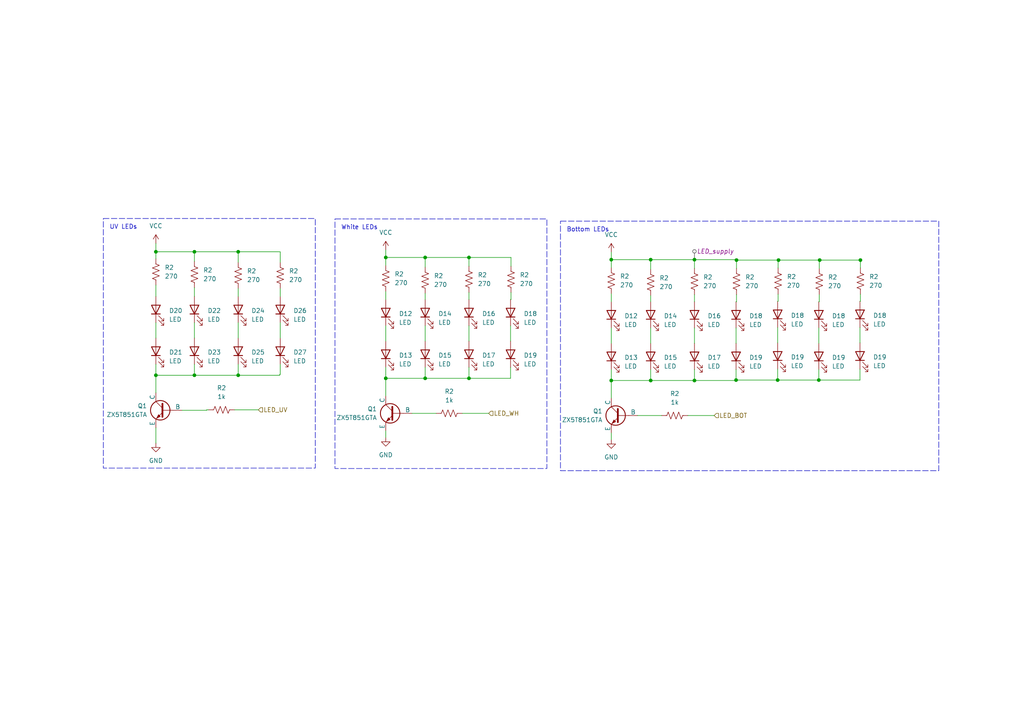
<source format=kicad_sch>
(kicad_sch (version 20230121) (generator eeschema)

  (uuid 7674c244-3377-4a8a-bf32-03dd9e6623d1)

  (paper "A4")

  (lib_symbols
    (symbol "Device:LED" (pin_numbers hide) (pin_names (offset 1.016) hide) (in_bom yes) (on_board yes)
      (property "Reference" "D" (at 0 2.54 0)
        (effects (font (size 1.27 1.27)))
      )
      (property "Value" "LED" (at 0 -2.54 0)
        (effects (font (size 1.27 1.27)))
      )
      (property "Footprint" "" (at 0 0 0)
        (effects (font (size 1.27 1.27)) hide)
      )
      (property "Datasheet" "~" (at 0 0 0)
        (effects (font (size 1.27 1.27)) hide)
      )
      (property "ki_keywords" "LED diode" (at 0 0 0)
        (effects (font (size 1.27 1.27)) hide)
      )
      (property "ki_description" "Light emitting diode" (at 0 0 0)
        (effects (font (size 1.27 1.27)) hide)
      )
      (property "ki_fp_filters" "LED* LED_SMD:* LED_THT:*" (at 0 0 0)
        (effects (font (size 1.27 1.27)) hide)
      )
      (symbol "LED_0_1"
        (polyline
          (pts
            (xy -1.27 -1.27)
            (xy -1.27 1.27)
          )
          (stroke (width 0.254) (type default))
          (fill (type none))
        )
        (polyline
          (pts
            (xy -1.27 0)
            (xy 1.27 0)
          )
          (stroke (width 0) (type default))
          (fill (type none))
        )
        (polyline
          (pts
            (xy 1.27 -1.27)
            (xy 1.27 1.27)
            (xy -1.27 0)
            (xy 1.27 -1.27)
          )
          (stroke (width 0.254) (type default))
          (fill (type none))
        )
        (polyline
          (pts
            (xy -3.048 -0.762)
            (xy -4.572 -2.286)
            (xy -3.81 -2.286)
            (xy -4.572 -2.286)
            (xy -4.572 -1.524)
          )
          (stroke (width 0) (type default))
          (fill (type none))
        )
        (polyline
          (pts
            (xy -1.778 -0.762)
            (xy -3.302 -2.286)
            (xy -2.54 -2.286)
            (xy -3.302 -2.286)
            (xy -3.302 -1.524)
          )
          (stroke (width 0) (type default))
          (fill (type none))
        )
      )
      (symbol "LED_1_1"
        (pin passive line (at -3.81 0 0) (length 2.54)
          (name "K" (effects (font (size 1.27 1.27))))
          (number "1" (effects (font (size 1.27 1.27))))
        )
        (pin passive line (at 3.81 0 180) (length 2.54)
          (name "A" (effects (font (size 1.27 1.27))))
          (number "2" (effects (font (size 1.27 1.27))))
        )
      )
    )
    (symbol "Device:R_US" (pin_numbers hide) (pin_names (offset 0)) (in_bom yes) (on_board yes)
      (property "Reference" "R" (at 2.54 0 90)
        (effects (font (size 1.27 1.27)))
      )
      (property "Value" "R_US" (at -2.54 0 90)
        (effects (font (size 1.27 1.27)))
      )
      (property "Footprint" "" (at 1.016 -0.254 90)
        (effects (font (size 1.27 1.27)) hide)
      )
      (property "Datasheet" "~" (at 0 0 0)
        (effects (font (size 1.27 1.27)) hide)
      )
      (property "ki_keywords" "R res resistor" (at 0 0 0)
        (effects (font (size 1.27 1.27)) hide)
      )
      (property "ki_description" "Resistor, US symbol" (at 0 0 0)
        (effects (font (size 1.27 1.27)) hide)
      )
      (property "ki_fp_filters" "R_*" (at 0 0 0)
        (effects (font (size 1.27 1.27)) hide)
      )
      (symbol "R_US_0_1"
        (polyline
          (pts
            (xy 0 -2.286)
            (xy 0 -2.54)
          )
          (stroke (width 0) (type default))
          (fill (type none))
        )
        (polyline
          (pts
            (xy 0 2.286)
            (xy 0 2.54)
          )
          (stroke (width 0) (type default))
          (fill (type none))
        )
        (polyline
          (pts
            (xy 0 -0.762)
            (xy 1.016 -1.143)
            (xy 0 -1.524)
            (xy -1.016 -1.905)
            (xy 0 -2.286)
          )
          (stroke (width 0) (type default))
          (fill (type none))
        )
        (polyline
          (pts
            (xy 0 0.762)
            (xy 1.016 0.381)
            (xy 0 0)
            (xy -1.016 -0.381)
            (xy 0 -0.762)
          )
          (stroke (width 0) (type default))
          (fill (type none))
        )
        (polyline
          (pts
            (xy 0 2.286)
            (xy 1.016 1.905)
            (xy 0 1.524)
            (xy -1.016 1.143)
            (xy 0 0.762)
          )
          (stroke (width 0) (type default))
          (fill (type none))
        )
      )
      (symbol "R_US_1_1"
        (pin passive line (at 0 3.81 270) (length 1.27)
          (name "~" (effects (font (size 1.27 1.27))))
          (number "1" (effects (font (size 1.27 1.27))))
        )
        (pin passive line (at 0 -3.81 90) (length 1.27)
          (name "~" (effects (font (size 1.27 1.27))))
          (number "2" (effects (font (size 1.27 1.27))))
        )
      )
    )
    (symbol "Simulation_SPICE:NPN" (pin_numbers hide) (pin_names (offset 0)) (in_bom yes) (on_board yes)
      (property "Reference" "Q" (at -2.54 7.62 0)
        (effects (font (size 1.27 1.27)))
      )
      (property "Value" "NPN" (at -2.54 5.08 0)
        (effects (font (size 1.27 1.27)))
      )
      (property "Footprint" "" (at 63.5 0 0)
        (effects (font (size 1.27 1.27)) hide)
      )
      (property "Datasheet" "~" (at 63.5 0 0)
        (effects (font (size 1.27 1.27)) hide)
      )
      (property "Sim.Device" "NPN" (at 0 0 0)
        (effects (font (size 1.27 1.27)) hide)
      )
      (property "Sim.Type" "GUMMELPOON" (at 0 0 0)
        (effects (font (size 1.27 1.27)) hide)
      )
      (property "Sim.Pins" "1=C 2=B 3=E" (at 0 0 0)
        (effects (font (size 1.27 1.27)) hide)
      )
      (property "ki_keywords" "simulation" (at 0 0 0)
        (effects (font (size 1.27 1.27)) hide)
      )
      (property "ki_description" "Bipolar transistor symbol for simulation only, substrate tied to the emitter" (at 0 0 0)
        (effects (font (size 1.27 1.27)) hide)
      )
      (symbol "NPN_0_1"
        (polyline
          (pts
            (xy -2.54 0)
            (xy 0.635 0)
          )
          (stroke (width 0.1524) (type default))
          (fill (type none))
        )
        (polyline
          (pts
            (xy 0.635 0.635)
            (xy 2.54 2.54)
          )
          (stroke (width 0) (type default))
          (fill (type none))
        )
        (polyline
          (pts
            (xy 2.794 -1.27)
            (xy 2.794 -1.27)
          )
          (stroke (width 0.1524) (type default))
          (fill (type none))
        )
        (polyline
          (pts
            (xy 2.794 -1.27)
            (xy 2.794 -1.27)
          )
          (stroke (width 0.1524) (type default))
          (fill (type none))
        )
        (polyline
          (pts
            (xy 0.635 -0.635)
            (xy 2.54 -2.54)
            (xy 2.54 -2.54)
          )
          (stroke (width 0) (type default))
          (fill (type none))
        )
        (polyline
          (pts
            (xy 0.635 1.905)
            (xy 0.635 -1.905)
            (xy 0.635 -1.905)
          )
          (stroke (width 0.508) (type default))
          (fill (type none))
        )
        (polyline
          (pts
            (xy 1.27 -1.778)
            (xy 1.778 -1.27)
            (xy 2.286 -2.286)
            (xy 1.27 -1.778)
            (xy 1.27 -1.778)
          )
          (stroke (width 0) (type default))
          (fill (type outline))
        )
        (circle (center 1.27 0) (radius 2.8194)
          (stroke (width 0.254) (type default))
          (fill (type none))
        )
      )
      (symbol "NPN_1_1"
        (pin open_collector line (at 2.54 5.08 270) (length 2.54)
          (name "C" (effects (font (size 1.27 1.27))))
          (number "1" (effects (font (size 1.27 1.27))))
        )
        (pin input line (at -5.08 0 0) (length 2.54)
          (name "B" (effects (font (size 1.27 1.27))))
          (number "2" (effects (font (size 1.27 1.27))))
        )
        (pin open_emitter line (at 2.54 -5.08 90) (length 2.54)
          (name "E" (effects (font (size 1.27 1.27))))
          (number "3" (effects (font (size 1.27 1.27))))
        )
      )
    )
    (symbol "power:GND" (power) (pin_names (offset 0)) (in_bom yes) (on_board yes)
      (property "Reference" "#PWR" (at 0 -6.35 0)
        (effects (font (size 1.27 1.27)) hide)
      )
      (property "Value" "GND" (at 0 -3.81 0)
        (effects (font (size 1.27 1.27)))
      )
      (property "Footprint" "" (at 0 0 0)
        (effects (font (size 1.27 1.27)) hide)
      )
      (property "Datasheet" "" (at 0 0 0)
        (effects (font (size 1.27 1.27)) hide)
      )
      (property "ki_keywords" "global power" (at 0 0 0)
        (effects (font (size 1.27 1.27)) hide)
      )
      (property "ki_description" "Power symbol creates a global label with name \"GND\" , ground" (at 0 0 0)
        (effects (font (size 1.27 1.27)) hide)
      )
      (symbol "GND_0_1"
        (polyline
          (pts
            (xy 0 0)
            (xy 0 -1.27)
            (xy 1.27 -1.27)
            (xy 0 -2.54)
            (xy -1.27 -1.27)
            (xy 0 -1.27)
          )
          (stroke (width 0) (type default))
          (fill (type none))
        )
      )
      (symbol "GND_1_1"
        (pin power_in line (at 0 0 270) (length 0) hide
          (name "GND" (effects (font (size 1.27 1.27))))
          (number "1" (effects (font (size 1.27 1.27))))
        )
      )
    )
    (symbol "power:VCC" (power) (pin_names (offset 0)) (in_bom yes) (on_board yes)
      (property "Reference" "#PWR" (at 0 -3.81 0)
        (effects (font (size 1.27 1.27)) hide)
      )
      (property "Value" "VCC" (at 0 3.81 0)
        (effects (font (size 1.27 1.27)))
      )
      (property "Footprint" "" (at 0 0 0)
        (effects (font (size 1.27 1.27)) hide)
      )
      (property "Datasheet" "" (at 0 0 0)
        (effects (font (size 1.27 1.27)) hide)
      )
      (property "ki_keywords" "global power" (at 0 0 0)
        (effects (font (size 1.27 1.27)) hide)
      )
      (property "ki_description" "Power symbol creates a global label with name \"VCC\"" (at 0 0 0)
        (effects (font (size 1.27 1.27)) hide)
      )
      (symbol "VCC_0_1"
        (polyline
          (pts
            (xy -0.762 1.27)
            (xy 0 2.54)
          )
          (stroke (width 0) (type default))
          (fill (type none))
        )
        (polyline
          (pts
            (xy 0 0)
            (xy 0 2.54)
          )
          (stroke (width 0) (type default))
          (fill (type none))
        )
        (polyline
          (pts
            (xy 0 2.54)
            (xy 0.762 1.27)
          )
          (stroke (width 0) (type default))
          (fill (type none))
        )
      )
      (symbol "VCC_1_1"
        (pin power_in line (at 0 0 90) (length 0) hide
          (name "VCC" (effects (font (size 1.27 1.27))))
          (number "1" (effects (font (size 1.27 1.27))))
        )
      )
    )
  )

  (junction (at 225.552 110.236) (diameter 0) (color 0 0 0 0)
    (uuid 0ee2f208-52c0-44fb-b235-d58d0be4b853)
  )
  (junction (at 69.088 73.025) (diameter 0) (color 0 0 0 0)
    (uuid 1b055090-66f2-41c0-b456-829103c813b7)
  )
  (junction (at 123.317 74.676) (diameter 0) (color 0 0 0 0)
    (uuid 34234602-a5c9-4ba2-834e-445b404faa0e)
  )
  (junction (at 123.317 109.728) (diameter 0) (color 0 0 0 0)
    (uuid 345a4244-03a0-400e-9c36-b1eafe0a3c4c)
  )
  (junction (at 177.292 110.363) (diameter 0) (color 0 0 0 0)
    (uuid 34916ceb-c951-409a-80d9-3c2726f8e128)
  )
  (junction (at 201.422 110.363) (diameter 0) (color 0 0 0 0)
    (uuid 421c3f96-8f83-4c09-b525-605b919e084e)
  )
  (junction (at 56.388 73.025) (diameter 0) (color 0 0 0 0)
    (uuid 478f89ef-8ea7-49c3-9b04-7e0dc14df3a3)
  )
  (junction (at 201.422 75.311) (diameter 0) (color 0 0 0 0)
    (uuid 5856abe3-889b-4487-b17c-b21a04b7f6f2)
  )
  (junction (at 136.017 109.728) (diameter 0) (color 0 0 0 0)
    (uuid 68f6f412-2d8d-45ed-85c6-6e6bf34e6e90)
  )
  (junction (at 111.887 74.676) (diameter 0) (color 0 0 0 0)
    (uuid 6a455134-c484-49fe-a7fd-0cecd4a6b935)
  )
  (junction (at 177.292 75.311) (diameter 0) (color 0 0 0 0)
    (uuid 6e114e16-c513-451a-b40f-a07d2c091fd3)
  )
  (junction (at 45.212 73.025) (diameter 0) (color 0 0 0 0)
    (uuid 814776d9-afa3-42ed-8510-5a23a02f6cd2)
  )
  (junction (at 45.212 108.839) (diameter 0) (color 0 0 0 0)
    (uuid 854efcce-3063-4785-bb1a-b713a108a994)
  )
  (junction (at 213.614 75.438) (diameter 0) (color 0 0 0 0)
    (uuid b499b165-dbcb-486e-9801-4c525ced1172)
  )
  (junction (at 237.744 75.438) (diameter 0) (color 0 0 0 0)
    (uuid b5b46d27-a3b2-483a-9840-df305d0d424a)
  )
  (junction (at 136.017 74.676) (diameter 0) (color 0 0 0 0)
    (uuid be17efa5-ec95-400e-80f2-fb917309d2cd)
  )
  (junction (at 111.887 109.728) (diameter 0) (color 0 0 0 0)
    (uuid c503c837-50bd-4af2-9f2f-4cfc2fb9d829)
  )
  (junction (at 56.388 108.839) (diameter 0) (color 0 0 0 0)
    (uuid caa7448d-6ba2-4499-a2c7-befde95d7e70)
  )
  (junction (at 188.722 110.363) (diameter 0) (color 0 0 0 0)
    (uuid cade63d3-3691-4501-bdb6-3b5a1148fe8d)
  )
  (junction (at 213.487 110.236) (diameter 0) (color 0 0 0 0)
    (uuid ce374c17-72d9-4aa9-9f1f-ecdb2df33a28)
  )
  (junction (at 188.722 75.311) (diameter 0) (color 0 0 0 0)
    (uuid ea9d5d26-7564-4302-b6ac-f3cb421e81fe)
  )
  (junction (at 237.49 110.236) (diameter 0) (color 0 0 0 0)
    (uuid eb33a807-36f9-4f39-a960-d8784acb93fa)
  )
  (junction (at 69.088 108.839) (diameter 0) (color 0 0 0 0)
    (uuid eea4e904-5a79-4e06-8329-5ca6f4a2365c)
  )
  (junction (at 225.806 75.438) (diameter 0) (color 0 0 0 0)
    (uuid f61f975b-ea8f-49d6-bd43-e28c515ea594)
  )
  (junction (at 249.555 75.438) (diameter 0) (color 0 0 0 0)
    (uuid fce24fb0-a6f9-4ea2-91f0-7d54797cec09)
  )

  (wire (pts (xy 56.388 83.439) (xy 56.388 85.979))
    (stroke (width 0) (type default))
    (uuid 00bd3e75-0081-4646-8995-4f89cac81b65)
  )
  (wire (pts (xy 69.088 73.025) (xy 69.088 76.073))
    (stroke (width 0) (type default))
    (uuid 01147bad-21f7-4f17-abcd-96c53d3acbb7)
  )
  (wire (pts (xy 201.422 75.311) (xy 213.614 75.311))
    (stroke (width 0) (type default))
    (uuid 012003a5-ebad-4516-a362-1782354d186f)
  )
  (wire (pts (xy 249.428 107.061) (xy 249.428 110.236))
    (stroke (width 0) (type default))
    (uuid 01ee241a-a338-46c0-9fca-efcc197c60e1)
  )
  (wire (pts (xy 111.887 124.968) (xy 111.887 126.873))
    (stroke (width 0) (type default))
    (uuid 0383347e-3201-493e-ade5-cef82a1941af)
  )
  (wire (pts (xy 213.487 107.188) (xy 213.487 110.236))
    (stroke (width 0) (type default))
    (uuid 04f5ab26-2f8d-4584-9e00-de5350ecf7d1)
  )
  (wire (pts (xy 177.292 125.603) (xy 177.292 127.508))
    (stroke (width 0) (type default))
    (uuid 058e31a0-570d-460a-bd33-87621d6581cc)
  )
  (wire (pts (xy 123.317 85.09) (xy 123.317 86.868))
    (stroke (width 0) (type default))
    (uuid 0b165060-0437-427a-acc5-366ce04fe994)
  )
  (wire (pts (xy 199.517 120.523) (xy 207.137 120.523))
    (stroke (width 0) (type default))
    (uuid 0c380087-fba0-4603-a3c1-2dc69c6224b9)
  )
  (wire (pts (xy 134.112 119.888) (xy 141.732 119.888))
    (stroke (width 0) (type default))
    (uuid 0cc227dd-4d98-4d22-8b77-c00be62575fe)
  )
  (wire (pts (xy 69.088 83.693) (xy 69.088 85.979))
    (stroke (width 0) (type default))
    (uuid 0dabfaa9-51bb-4a0b-a163-1ddd425f00c2)
  )
  (wire (pts (xy 188.722 75.311) (xy 201.422 75.311))
    (stroke (width 0) (type default))
    (uuid 129208c9-c24c-482d-86c9-43f0e7fcf925)
  )
  (wire (pts (xy 45.212 93.599) (xy 45.212 98.044))
    (stroke (width 0) (type default))
    (uuid 12e4c42d-09c6-4e33-85e7-e58355c1fdfe)
  )
  (wire (pts (xy 45.212 82.677) (xy 45.212 85.979))
    (stroke (width 0) (type default))
    (uuid 15061e26-6a15-4bfc-82aa-58d4b35ac614)
  )
  (wire (pts (xy 119.507 119.888) (xy 126.492 119.888))
    (stroke (width 0) (type default))
    (uuid 1712c927-73f7-4a24-845c-1b9f9c63b2ff)
  )
  (wire (pts (xy 201.422 95.123) (xy 201.422 99.568))
    (stroke (width 0) (type default))
    (uuid 17233838-05ea-4bb2-ae72-4baf0cc15d55)
  )
  (wire (pts (xy 111.887 74.676) (xy 123.317 74.676))
    (stroke (width 0) (type default))
    (uuid 17e3ed55-a116-4292-a000-9548630816f9)
  )
  (wire (pts (xy 188.722 107.188) (xy 188.722 110.363))
    (stroke (width 0) (type default))
    (uuid 19820845-7bb0-4bb6-9992-aa5144b841ba)
  )
  (wire (pts (xy 45.085 108.839) (xy 45.212 108.839))
    (stroke (width 0) (type default))
    (uuid 1984a524-5129-495f-a647-c48e9ef5b988)
  )
  (wire (pts (xy 237.617 75.565) (xy 237.617 77.851))
    (stroke (width 0) (type default))
    (uuid 19f150dc-df64-403d-9197-0db4864b4c31)
  )
  (wire (pts (xy 81.28 73.025) (xy 81.28 76.073))
    (stroke (width 0) (type default))
    (uuid 1ad6ad38-d6ce-45f4-a762-d520cc053d65)
  )
  (wire (pts (xy 188.722 85.725) (xy 188.722 87.503))
    (stroke (width 0) (type default))
    (uuid 1c578a8e-4350-4b9f-8619-8183910dd00b)
  )
  (wire (pts (xy 177.292 95.123) (xy 177.292 99.568))
    (stroke (width 0) (type default))
    (uuid 1e3c5244-3976-4378-b50c-39d46f41dd83)
  )
  (wire (pts (xy 213.487 95.123) (xy 213.487 99.568))
    (stroke (width 0) (type default))
    (uuid 20104cce-48e3-4e7d-838e-6ff518ff76b8)
  )
  (wire (pts (xy 213.614 77.851) (xy 213.614 75.438))
    (stroke (width 0) (type default))
    (uuid 20d54470-8d20-47dc-b082-2741d7ccd6fe)
  )
  (wire (pts (xy 111.887 106.553) (xy 111.887 109.728))
    (stroke (width 0) (type default))
    (uuid 233baaa5-ae4e-4547-a4d4-58cca255379e)
  )
  (wire (pts (xy 249.428 94.996) (xy 249.428 99.441))
    (stroke (width 0) (type default))
    (uuid 2408efc2-b861-4c01-ac3e-24b4a2382762)
  )
  (wire (pts (xy 177.292 110.363) (xy 188.722 110.363))
    (stroke (width 0) (type default))
    (uuid 24482bb3-859f-44d6-925d-cfe768645215)
  )
  (wire (pts (xy 177.292 107.188) (xy 177.292 110.363))
    (stroke (width 0) (type default))
    (uuid 26570d2e-bbc3-4742-a714-1557567879c6)
  )
  (wire (pts (xy 81.28 93.599) (xy 81.28 98.044))
    (stroke (width 0) (type default))
    (uuid 27f57e7e-dc23-4ee6-b968-ee8fb8c42f41)
  )
  (wire (pts (xy 136.017 74.676) (xy 136.017 77.216))
    (stroke (width 0) (type default))
    (uuid 2a0910e3-4f51-4993-9311-ea52fce93099)
  )
  (wire (pts (xy 237.744 75.565) (xy 237.744 75.438))
    (stroke (width 0) (type default))
    (uuid 2aa89520-f241-41c5-831d-3203125d92ec)
  )
  (wire (pts (xy 136.017 106.553) (xy 136.017 109.728))
    (stroke (width 0) (type default))
    (uuid 3087053a-d9bc-4f8b-9a09-76d6627c3f9c)
  )
  (wire (pts (xy 81.153 108.585) (xy 81.28 108.585))
    (stroke (width 0) (type default))
    (uuid 35dbf258-6c55-4070-8163-0b8e9edc9839)
  )
  (wire (pts (xy 148.082 106.553) (xy 148.082 109.728))
    (stroke (width 0) (type default))
    (uuid 35f9faf3-bd27-49ab-98d4-a90d0fc39830)
  )
  (wire (pts (xy 56.388 108.839) (xy 69.088 108.839))
    (stroke (width 0) (type default))
    (uuid 37ee24a8-1ced-4ddd-8ab5-5dc6052ce43a)
  )
  (wire (pts (xy 249.555 75.438) (xy 249.555 77.724))
    (stroke (width 0) (type default))
    (uuid 38bd631c-69d3-4384-8407-deb3d7f4307a)
  )
  (wire (pts (xy 111.887 109.728) (xy 111.887 114.808))
    (stroke (width 0) (type default))
    (uuid 39b1b464-6628-4ca4-b784-69230fe6a7d9)
  )
  (wire (pts (xy 45.212 73.025) (xy 45.212 75.057))
    (stroke (width 0) (type default))
    (uuid 3b4fc796-7627-4f78-8f7a-0c1c27da42dc)
  )
  (wire (pts (xy 237.617 87.503) (xy 237.617 85.471))
    (stroke (width 0) (type default))
    (uuid 4062893c-ef9a-4f39-afcf-bd5176c2cd8c)
  )
  (wire (pts (xy 45.212 73.025) (xy 56.388 73.025))
    (stroke (width 0) (type default))
    (uuid 40f4d3d5-5dd1-4cfc-9876-17633c96ccb8)
  )
  (wire (pts (xy 225.552 110.236) (xy 237.49 110.236))
    (stroke (width 0) (type default))
    (uuid 4471f267-a67c-4c2e-b53b-eff71b490d62)
  )
  (wire (pts (xy 225.552 87.376) (xy 225.679 87.376))
    (stroke (width 0) (type default))
    (uuid 46a75b13-317c-40f1-ba7c-fd4d1c809c96)
  )
  (wire (pts (xy 177.292 85.217) (xy 177.292 87.503))
    (stroke (width 0) (type default))
    (uuid 4e8bf2aa-3c4b-4b96-96e4-a78f9fc20b48)
  )
  (wire (pts (xy 56.388 93.599) (xy 56.388 98.044))
    (stroke (width 0) (type default))
    (uuid 51f64438-3350-46e8-a39b-134afcf2dc47)
  )
  (wire (pts (xy 111.887 84.582) (xy 111.887 86.868))
    (stroke (width 0) (type default))
    (uuid 570af2fa-5343-4696-a246-c3137f7ae45f)
  )
  (wire (pts (xy 188.722 95.123) (xy 188.722 99.568))
    (stroke (width 0) (type default))
    (uuid 57a1dab7-a0f9-4907-8b7a-941d72000caa)
  )
  (wire (pts (xy 45.212 108.839) (xy 56.388 108.839))
    (stroke (width 0) (type default))
    (uuid 5b6f7161-1ce0-4058-af7b-2ce1a316e57c)
  )
  (wire (pts (xy 177.292 75.311) (xy 177.292 77.597))
    (stroke (width 0) (type default))
    (uuid 5f628641-6b53-4945-9aa2-5e783b68f978)
  )
  (wire (pts (xy 237.49 110.236) (xy 249.428 110.236))
    (stroke (width 0) (type default))
    (uuid 605f5509-f2f8-411c-b4d9-6998f41e4d67)
  )
  (wire (pts (xy 225.679 75.692) (xy 225.679 77.724))
    (stroke (width 0) (type default))
    (uuid 6140bc42-28aa-40c7-8a72-ddb5112399d6)
  )
  (wire (pts (xy 237.744 75.438) (xy 249.555 75.438))
    (stroke (width 0) (type default))
    (uuid 683a95c1-59f3-4fe6-8a54-c0d41a3515d9)
  )
  (wire (pts (xy 188.722 110.363) (xy 201.422 110.363))
    (stroke (width 0) (type default))
    (uuid 68980925-bd80-4a83-8f66-740398b438d7)
  )
  (wire (pts (xy 81.28 108.585) (xy 81.28 105.664))
    (stroke (width 0) (type default))
    (uuid 6a4cc1d5-62fc-48b5-b12e-fcab98a93311)
  )
  (wire (pts (xy 201.422 110.363) (xy 213.487 110.363))
    (stroke (width 0) (type default))
    (uuid 6afe6dac-91c7-48ed-9f95-28d15e3e40e3)
  )
  (wire (pts (xy 45.212 70.612) (xy 45.212 73.025))
    (stroke (width 0) (type default))
    (uuid 6c313ff4-c320-470b-b0bc-6559845e82d0)
  )
  (wire (pts (xy 148.209 86.868) (xy 148.209 84.836))
    (stroke (width 0) (type default))
    (uuid 6fe694f5-8bf1-49cf-b0ed-c1aebab49337)
  )
  (wire (pts (xy 123.317 74.676) (xy 136.017 74.676))
    (stroke (width 0) (type default))
    (uuid 7019cefa-e943-422a-a93f-20f1e9a65321)
  )
  (wire (pts (xy 69.088 93.599) (xy 69.088 98.044))
    (stroke (width 0) (type default))
    (uuid 74b3383e-dc58-4f49-9093-a58563a0b72d)
  )
  (wire (pts (xy 177.292 75.311) (xy 188.722 75.311))
    (stroke (width 0) (type default))
    (uuid 7703eea3-323d-451e-b64f-3715016f2002)
  )
  (wire (pts (xy 201.422 75.311) (xy 201.422 77.851))
    (stroke (width 0) (type default))
    (uuid 773518d3-a062-4d9d-a996-33b28f188a8b)
  )
  (wire (pts (xy 56.388 105.664) (xy 56.388 108.839))
    (stroke (width 0) (type default))
    (uuid 7c9bf8a9-573d-41f7-a02c-f97984f29826)
  )
  (wire (pts (xy 69.088 108.839) (xy 81.153 108.839))
    (stroke (width 0) (type default))
    (uuid 80ef02d2-10fc-485c-8169-70fd590351e9)
  )
  (wire (pts (xy 45.212 108.839) (xy 45.212 113.919))
    (stroke (width 0) (type default))
    (uuid 8161c755-430c-4c02-b9c2-4bf8eb683bfb)
  )
  (wire (pts (xy 225.552 94.996) (xy 225.552 99.441))
    (stroke (width 0) (type default))
    (uuid 8336d102-1619-41b0-8997-91b05869ad9b)
  )
  (wire (pts (xy 213.487 110.236) (xy 225.552 110.236))
    (stroke (width 0) (type default))
    (uuid 868f52fc-dc71-419d-9122-17f642feb3a6)
  )
  (wire (pts (xy 68.072 118.872) (xy 74.93 118.872))
    (stroke (width 0) (type default))
    (uuid 8cfb7626-a2ed-4315-8a95-4469f76b4e76)
  )
  (wire (pts (xy 69.088 73.025) (xy 81.28 73.025))
    (stroke (width 0) (type default))
    (uuid 8fbdfd10-b9bb-4757-89e6-2dac30e0424e)
  )
  (wire (pts (xy 225.552 107.061) (xy 225.552 110.236))
    (stroke (width 0) (type default))
    (uuid 90949be1-1268-4356-bff3-eea8906b82b8)
  )
  (wire (pts (xy 111.887 94.488) (xy 111.887 98.933))
    (stroke (width 0) (type default))
    (uuid 9185eb24-5d28-472f-8173-487f2e79841f)
  )
  (wire (pts (xy 111.887 74.676) (xy 111.887 76.962))
    (stroke (width 0) (type default))
    (uuid 9267efc7-54f1-4735-a33c-a00031c339cc)
  )
  (wire (pts (xy 123.317 109.728) (xy 136.017 109.728))
    (stroke (width 0) (type default))
    (uuid 959c0527-32a5-4f71-af3f-246e7569f9e5)
  )
  (wire (pts (xy 148.082 94.488) (xy 148.082 98.933))
    (stroke (width 0) (type default))
    (uuid 96527d0a-0491-487f-838b-55208480866c)
  )
  (wire (pts (xy 136.017 109.728) (xy 148.082 109.728))
    (stroke (width 0) (type default))
    (uuid 996cf7d7-97a5-452e-86ad-7da9acfd39e1)
  )
  (wire (pts (xy 249.428 87.376) (xy 249.555 87.376))
    (stroke (width 0) (type default))
    (uuid 9ab67f13-321a-4f78-8de4-c295daf26222)
  )
  (wire (pts (xy 249.682 75.438) (xy 249.555 75.438))
    (stroke (width 0) (type default))
    (uuid a045a173-784e-4dfd-99db-aa094761b3dd)
  )
  (wire (pts (xy 59.944 118.872) (xy 59.944 118.999))
    (stroke (width 0) (type default))
    (uuid a0d77b21-7876-4acf-8196-9d5c19d5984f)
  )
  (wire (pts (xy 123.317 106.553) (xy 123.317 109.728))
    (stroke (width 0) (type default))
    (uuid a26eae2c-1f11-4c01-b067-fe9814a3493d)
  )
  (wire (pts (xy 213.487 110.236) (xy 213.487 110.363))
    (stroke (width 0) (type default))
    (uuid a769d972-b6dd-47aa-9763-2735d7405941)
  )
  (wire (pts (xy 249.555 87.376) (xy 249.555 85.344))
    (stroke (width 0) (type default))
    (uuid a80ee8e4-9970-4abc-a7b3-9058aaad6572)
  )
  (wire (pts (xy 81.153 108.585) (xy 81.153 108.839))
    (stroke (width 0) (type default))
    (uuid a9e84123-c7a9-46b7-8697-c217a53bb157)
  )
  (wire (pts (xy 69.088 105.664) (xy 69.088 108.839))
    (stroke (width 0) (type default))
    (uuid aa9b229a-2873-4da1-8930-3ec780560881)
  )
  (wire (pts (xy 136.017 94.488) (xy 136.017 98.933))
    (stroke (width 0) (type default))
    (uuid ae202b3d-4efc-4194-9da7-395ab045d626)
  )
  (wire (pts (xy 136.017 74.676) (xy 148.209 74.676))
    (stroke (width 0) (type default))
    (uuid b0be0cbe-c278-4848-8db9-59ab17cf2ec0)
  )
  (wire (pts (xy 177.292 110.363) (xy 177.292 115.443))
    (stroke (width 0) (type default))
    (uuid b218bb22-f74d-4553-bd2f-ad0a183111f8)
  )
  (wire (pts (xy 123.317 94.488) (xy 123.317 98.933))
    (stroke (width 0) (type default))
    (uuid b262cf61-ce2e-48ab-aaeb-63a7cb4d2ee9)
  )
  (wire (pts (xy 111.887 109.728) (xy 123.317 109.728))
    (stroke (width 0) (type default))
    (uuid b4238ef9-392a-419d-b3c8-56fb7ce78e3f)
  )
  (wire (pts (xy 237.49 95.123) (xy 237.49 99.568))
    (stroke (width 0) (type default))
    (uuid b7fa4a35-956b-46a4-8d64-fc8235cc3044)
  )
  (wire (pts (xy 201.422 107.188) (xy 201.422 110.363))
    (stroke (width 0) (type default))
    (uuid b9ecbbdb-05ba-4be3-9aba-af6ebfd68eef)
  )
  (wire (pts (xy 213.614 75.438) (xy 213.614 75.311))
    (stroke (width 0) (type default))
    (uuid bd7ee256-e455-4615-99b9-cfbaf7507eeb)
  )
  (wire (pts (xy 56.388 75.819) (xy 56.388 73.025))
    (stroke (width 0) (type default))
    (uuid bebf1e9c-e9e8-43ce-9786-cf6ac175c4e4)
  )
  (wire (pts (xy 111.887 72.517) (xy 111.887 74.676))
    (stroke (width 0) (type default))
    (uuid bf1be93b-bae9-46a3-9795-672961c90d1b)
  )
  (wire (pts (xy 188.722 78.105) (xy 188.722 75.311))
    (stroke (width 0) (type default))
    (uuid bfad979b-9d64-4e03-ae09-60416115d4b3)
  )
  (wire (pts (xy 225.806 75.692) (xy 225.679 75.692))
    (stroke (width 0) (type default))
    (uuid c03e5c9e-0e26-4941-bda3-0c059ee77daa)
  )
  (wire (pts (xy 225.806 75.692) (xy 225.806 75.438))
    (stroke (width 0) (type default))
    (uuid c28b6148-b4b2-496a-943e-889f97d7c7ab)
  )
  (wire (pts (xy 237.49 87.503) (xy 237.617 87.503))
    (stroke (width 0) (type default))
    (uuid c33159a8-efd6-4ff6-a321-aedc92b4531e)
  )
  (wire (pts (xy 213.614 75.438) (xy 225.806 75.438))
    (stroke (width 0) (type default))
    (uuid c52c8b1c-d33c-43e4-b55a-348d5a96856f)
  )
  (wire (pts (xy 201.422 85.471) (xy 201.422 87.503))
    (stroke (width 0) (type default))
    (uuid c5a22aca-8956-43c7-b48f-bc5421ba9469)
  )
  (wire (pts (xy 225.679 87.376) (xy 225.679 85.344))
    (stroke (width 0) (type default))
    (uuid c6dc126c-bb37-472c-824d-2cf4912468dc)
  )
  (wire (pts (xy 59.944 118.999) (xy 52.832 118.999))
    (stroke (width 0) (type default))
    (uuid ce49fdab-a2a4-497e-b2ec-21b79540b7c1)
  )
  (wire (pts (xy 59.944 118.872) (xy 60.452 118.872))
    (stroke (width 0) (type default))
    (uuid cfd63719-4bfb-4606-8f62-7217c35447f9)
  )
  (wire (pts (xy 213.487 87.503) (xy 213.614 87.503))
    (stroke (width 0) (type default))
    (uuid d06ee587-a23a-4f8a-8f17-9b44463dcd06)
  )
  (wire (pts (xy 148.209 77.216) (xy 148.209 74.676))
    (stroke (width 0) (type default))
    (uuid d441686b-a0db-4b1c-9c82-b8e3e06401bd)
  )
  (wire (pts (xy 225.806 75.438) (xy 237.744 75.438))
    (stroke (width 0) (type default))
    (uuid d4fafe22-afd5-4c23-9fdb-d2b6460203ff)
  )
  (wire (pts (xy 148.082 86.868) (xy 148.209 86.868))
    (stroke (width 0) (type default))
    (uuid defc37a2-b0e2-41e7-8bab-006d2a875fd4)
  )
  (wire (pts (xy 56.388 73.025) (xy 69.088 73.025))
    (stroke (width 0) (type default))
    (uuid dfee5df8-9fec-471f-8a8b-75d292c7a498)
  )
  (wire (pts (xy 81.28 83.693) (xy 81.28 85.979))
    (stroke (width 0) (type default))
    (uuid e1166dca-2adc-468f-a370-8cce5d639c49)
  )
  (wire (pts (xy 213.614 87.503) (xy 213.614 85.471))
    (stroke (width 0) (type default))
    (uuid e7650097-a353-4395-af08-51743e118d7b)
  )
  (wire (pts (xy 45.212 124.079) (xy 45.212 128.524))
    (stroke (width 0) (type default))
    (uuid e90e329c-8bdd-4beb-917e-6628290a23dc)
  )
  (wire (pts (xy 237.744 75.565) (xy 237.617 75.565))
    (stroke (width 0) (type default))
    (uuid f0d6237c-560b-43f1-91bb-a9dafb08ae7a)
  )
  (wire (pts (xy 45.212 105.664) (xy 45.212 108.839))
    (stroke (width 0) (type default))
    (uuid f16165f5-26ac-4b4e-a59b-e3a13e5cb5f4)
  )
  (wire (pts (xy 184.912 120.523) (xy 191.897 120.523))
    (stroke (width 0) (type default))
    (uuid f6554659-6764-4a57-882d-e2525af9d5da)
  )
  (wire (pts (xy 123.317 77.47) (xy 123.317 74.676))
    (stroke (width 0) (type default))
    (uuid f78e9505-a0e9-4fd6-ad6d-81582c0d36b0)
  )
  (wire (pts (xy 177.292 73.152) (xy 177.292 75.311))
    (stroke (width 0) (type default))
    (uuid f92bd9ba-700d-4076-ac5b-51b08aa22d08)
  )
  (wire (pts (xy 136.017 84.836) (xy 136.017 86.868))
    (stroke (width 0) (type default))
    (uuid fa2f05b1-9137-48f6-9d1b-212dbd95f6d4)
  )
  (wire (pts (xy 237.49 107.188) (xy 237.49 110.236))
    (stroke (width 0) (type default))
    (uuid ffd9afdb-2fc2-432b-840e-81c31f030e8e)
  )

  (rectangle (start 97.155 63.5) (end 158.623 135.89)
    (stroke (width 0) (type dash))
    (fill (type none))
    (uuid 26507b7f-1677-4199-aaa7-3355a3ae002c)
  )
  (rectangle (start 162.56 64.135) (end 272.288 136.525)
    (stroke (width 0) (type dash))
    (fill (type none))
    (uuid cbd621dd-1fdd-45b6-b150-e57e567148ce)
  )
  (rectangle (start 29.972 63.373) (end 91.44 135.763)
    (stroke (width 0) (type dash))
    (fill (type none))
    (uuid dbb2c167-0b38-4187-90e1-cd737fd70f75)
  )

  (text "White LEDs" (at 98.933 66.802 0)
    (effects (font (size 1.27 1.27)) (justify left bottom))
    (uuid 2baf7e1a-0754-43ac-8d48-33df7fdb0e60)
  )
  (text "UV LEDs" (at 31.75 66.675 0)
    (effects (font (size 1.27 1.27)) (justify left bottom))
    (uuid 73992fda-b7a4-4174-8906-e70a8a6df80f)
  )
  (text "Bottom LEDs" (at 164.338 67.437 0)
    (effects (font (size 1.27 1.27)) (justify left bottom))
    (uuid c8189573-a14c-4a1d-97cc-2fe131ba147f)
  )

  (hierarchical_label "LED_UV" (shape input) (at 74.93 118.872 0) (fields_autoplaced)
    (effects (font (size 1.27 1.27)) (justify left))
    (uuid 3cdb9e86-d294-4892-b4e2-6213f96b633f)
  )
  (hierarchical_label "LED_BOT" (shape input) (at 207.137 120.523 0) (fields_autoplaced)
    (effects (font (size 1.27 1.27)) (justify left))
    (uuid c577a9ab-efe5-4124-b5d3-e45778822eec)
  )
  (hierarchical_label "LED_WH" (shape input) (at 141.732 119.888 0) (fields_autoplaced)
    (effects (font (size 1.27 1.27)) (justify left))
    (uuid e4c7d832-379c-4db5-86a6-1f26bdbc27db)
  )

  (netclass_flag "" (length 2.54) (shape round) (at 201.422 75.438 0) (fields_autoplaced)
    (effects (font (size 1.27 1.27)) (justify left bottom))
    (uuid bb69709f-b41d-4f25-b9a0-7bf50542f44a)
    (property "Netclass" "LED_supply" (at 202.1205 72.898 0)
      (effects (font (size 1.27 1.27) italic) (justify left))
    )
  )

  (symbol (lib_id "power:VCC") (at 111.887 72.517 0) (unit 1)
    (in_bom yes) (on_board yes) (dnp no) (fields_autoplaced)
    (uuid 00c7108e-59cf-403d-af11-387cc6b625f1)
    (property "Reference" "#PWR048" (at 111.887 76.327 0)
      (effects (font (size 1.27 1.27)) hide)
    )
    (property "Value" "VCC" (at 111.887 67.437 0)
      (effects (font (size 1.27 1.27)))
    )
    (property "Footprint" "" (at 111.887 72.517 0)
      (effects (font (size 1.27 1.27)) hide)
    )
    (property "Datasheet" "" (at 111.887 72.517 0)
      (effects (font (size 1.27 1.27)) hide)
    )
    (pin "1" (uuid 14530eb6-f63d-40f4-897f-91162d20a55b))
    (instances
      (project "MagLev"
        (path "/5eab7e8b-54e1-47d0-9dc3-1e7c3fa2f560"
          (reference "#PWR048") (unit 1)
        )
        (path "/5eab7e8b-54e1-47d0-9dc3-1e7c3fa2f560/f228425d-6c39-40c9-8e00-a9ebad8217db"
          (reference "#PWR048") (unit 1)
        )
        (path "/5eab7e8b-54e1-47d0-9dc3-1e7c3fa2f560/f228425d-6c39-40c9-8e00-a9ebad8217db/7ecf3de4-783d-4b8c-b923-a0988866cb48"
          (reference "#PWR026") (unit 1)
        )
      )
    )
  )

  (symbol (lib_id "Device:R_US") (at 81.28 79.883 180) (unit 1)
    (in_bom yes) (on_board yes) (dnp no) (fields_autoplaced)
    (uuid 03c851f5-bfb9-40f0-ac80-fe600072d3bd)
    (property "Reference" "R2" (at 83.82 78.613 0)
      (effects (font (size 1.27 1.27)) (justify right))
    )
    (property "Value" "270" (at 83.82 81.153 0)
      (effects (font (size 1.27 1.27)) (justify right))
    )
    (property "Footprint" "Resistor_SMD:R_0805_2012Metric_Pad1.20x1.40mm_HandSolder" (at 80.264 79.629 90)
      (effects (font (size 1.27 1.27)) hide)
    )
    (property "Datasheet" "~" (at 81.28 79.883 0)
      (effects (font (size 1.27 1.27)) hide)
    )
    (pin "1" (uuid 1e77d54c-aacb-4f73-b2c8-ac72c4fa2f0e))
    (pin "2" (uuid c63532e3-64b0-4b00-85d4-6358b12315b6))
    (instances
      (project "MagLev"
        (path "/5eab7e8b-54e1-47d0-9dc3-1e7c3fa2f560"
          (reference "R2") (unit 1)
        )
        (path "/5eab7e8b-54e1-47d0-9dc3-1e7c3fa2f560/1b1a7f40-4880-4dc8-87d1-1ed1d4fb8d1e"
          (reference "R99") (unit 1)
        )
        (path "/5eab7e8b-54e1-47d0-9dc3-1e7c3fa2f560/7df46fb0-abf8-474a-ba30-7ff9455482b6"
          (reference "R98") (unit 1)
        )
        (path "/5eab7e8b-54e1-47d0-9dc3-1e7c3fa2f560/f228425d-6c39-40c9-8e00-a9ebad8217db"
          (reference "R43") (unit 1)
        )
        (path "/5eab7e8b-54e1-47d0-9dc3-1e7c3fa2f560/f228425d-6c39-40c9-8e00-a9ebad8217db/7ecf3de4-783d-4b8c-b923-a0988866cb48"
          (reference "R43") (unit 1)
        )
      )
    )
  )

  (symbol (lib_id "power:GND") (at 177.292 127.508 0) (unit 1)
    (in_bom yes) (on_board yes) (dnp no) (fields_autoplaced)
    (uuid 03ce55f1-3243-40c0-974e-f2d848b7d46a)
    (property "Reference" "#PWR026" (at 177.292 133.858 0)
      (effects (font (size 1.27 1.27)) hide)
    )
    (property "Value" "GND" (at 177.292 132.588 0)
      (effects (font (size 1.27 1.27)))
    )
    (property "Footprint" "" (at 177.292 127.508 0)
      (effects (font (size 1.27 1.27)) hide)
    )
    (property "Datasheet" "" (at 177.292 127.508 0)
      (effects (font (size 1.27 1.27)) hide)
    )
    (pin "1" (uuid 32b360eb-f273-4364-a10c-e2f4b7162e4d))
    (instances
      (project "MagLev"
        (path "/5eab7e8b-54e1-47d0-9dc3-1e7c3fa2f560/f228425d-6c39-40c9-8e00-a9ebad8217db"
          (reference "#PWR026") (unit 1)
        )
        (path "/5eab7e8b-54e1-47d0-9dc3-1e7c3fa2f560/f228425d-6c39-40c9-8e00-a9ebad8217db/7ecf3de4-783d-4b8c-b923-a0988866cb48"
          (reference "#PWR064") (unit 1)
        )
      )
    )
  )

  (symbol (lib_id "Device:R_US") (at 225.679 81.534 180) (unit 1)
    (in_bom yes) (on_board yes) (dnp no) (fields_autoplaced)
    (uuid 0834ae1c-ef7e-4df5-a8b0-00c057c45981)
    (property "Reference" "R2" (at 228.219 80.264 0)
      (effects (font (size 1.27 1.27)) (justify right))
    )
    (property "Value" "270" (at 228.219 82.804 0)
      (effects (font (size 1.27 1.27)) (justify right))
    )
    (property "Footprint" "Resistor_SMD:R_0805_2012Metric_Pad1.20x1.40mm_HandSolder" (at 224.663 81.28 90)
      (effects (font (size 1.27 1.27)) hide)
    )
    (property "Datasheet" "~" (at 225.679 81.534 0)
      (effects (font (size 1.27 1.27)) hide)
    )
    (pin "1" (uuid 297953d9-f562-4b23-8883-ddfd33ba01f5))
    (pin "2" (uuid 06e37d53-4fa8-4553-bb36-dc480b812a18))
    (instances
      (project "MagLev"
        (path "/5eab7e8b-54e1-47d0-9dc3-1e7c3fa2f560"
          (reference "R2") (unit 1)
        )
        (path "/5eab7e8b-54e1-47d0-9dc3-1e7c3fa2f560/1b1a7f40-4880-4dc8-87d1-1ed1d4fb8d1e"
          (reference "R99") (unit 1)
        )
        (path "/5eab7e8b-54e1-47d0-9dc3-1e7c3fa2f560/7df46fb0-abf8-474a-ba30-7ff9455482b6"
          (reference "R98") (unit 1)
        )
        (path "/5eab7e8b-54e1-47d0-9dc3-1e7c3fa2f560/f228425d-6c39-40c9-8e00-a9ebad8217db"
          (reference "R46") (unit 1)
        )
        (path "/5eab7e8b-54e1-47d0-9dc3-1e7c3fa2f560/f228425d-6c39-40c9-8e00-a9ebad8217db/7ecf3de4-783d-4b8c-b923-a0988866cb48"
          (reference "R60") (unit 1)
        )
      )
    )
  )

  (symbol (lib_id "Device:LED") (at 123.317 90.678 90) (unit 1)
    (in_bom yes) (on_board yes) (dnp no) (fields_autoplaced)
    (uuid 10ef4b32-d6e5-4653-aad6-88f05bab41d5)
    (property "Reference" "D14" (at 127.127 90.9955 90)
      (effects (font (size 1.27 1.27)) (justify right))
    )
    (property "Value" "LED" (at 127.127 93.5355 90)
      (effects (font (size 1.27 1.27)) (justify right))
    )
    (property "Footprint" "LED_SMD:LED_0805_2012Metric_Pad1.15x1.40mm_HandSolder" (at 123.317 90.678 0)
      (effects (font (size 1.27 1.27)) hide)
    )
    (property "Datasheet" "~" (at 123.317 90.678 0)
      (effects (font (size 1.27 1.27)) hide)
    )
    (property "Part" "LTW-170TK" (at 123.317 90.678 90)
      (effects (font (size 1.27 1.27)) hide)
    )
    (pin "1" (uuid 454218b7-000c-4b48-8dfb-56743c5aa50e))
    (pin "2" (uuid 2d2c1542-8c27-45d1-b36e-8dc36dd412d8))
    (instances
      (project "MagLev"
        (path "/5eab7e8b-54e1-47d0-9dc3-1e7c3fa2f560/f228425d-6c39-40c9-8e00-a9ebad8217db"
          (reference "D14") (unit 1)
        )
        (path "/5eab7e8b-54e1-47d0-9dc3-1e7c3fa2f560/f228425d-6c39-40c9-8e00-a9ebad8217db/7ecf3de4-783d-4b8c-b923-a0988866cb48"
          (reference "D14") (unit 1)
        )
      )
    )
  )

  (symbol (lib_id "Device:LED") (at 123.317 102.743 90) (unit 1)
    (in_bom yes) (on_board yes) (dnp no) (fields_autoplaced)
    (uuid 1f49310b-1bbc-437c-a623-3862ea113784)
    (property "Reference" "D15" (at 127.127 103.0605 90)
      (effects (font (size 1.27 1.27)) (justify right))
    )
    (property "Value" "LED" (at 127.127 105.6005 90)
      (effects (font (size 1.27 1.27)) (justify right))
    )
    (property "Footprint" "LED_SMD:LED_0805_2012Metric_Pad1.15x1.40mm_HandSolder" (at 123.317 102.743 0)
      (effects (font (size 1.27 1.27)) hide)
    )
    (property "Datasheet" "~" (at 123.317 102.743 0)
      (effects (font (size 1.27 1.27)) hide)
    )
    (property "Part" "LTW-170TK" (at 123.317 102.743 90)
      (effects (font (size 1.27 1.27)) hide)
    )
    (pin "1" (uuid edd3b6aa-c571-437f-a013-b5630e0102a3))
    (pin "2" (uuid 2a129bb0-e584-441a-b65b-4fef77afefb3))
    (instances
      (project "MagLev"
        (path "/5eab7e8b-54e1-47d0-9dc3-1e7c3fa2f560/f228425d-6c39-40c9-8e00-a9ebad8217db"
          (reference "D15") (unit 1)
        )
        (path "/5eab7e8b-54e1-47d0-9dc3-1e7c3fa2f560/f228425d-6c39-40c9-8e00-a9ebad8217db/7ecf3de4-783d-4b8c-b923-a0988866cb48"
          (reference "D15") (unit 1)
        )
      )
    )
  )

  (symbol (lib_id "Device:LED") (at 237.49 103.378 90) (unit 1)
    (in_bom yes) (on_board yes) (dnp no)
    (uuid 242b3d10-ad91-42ab-b42c-c6768d49e8b9)
    (property "Reference" "D19" (at 241.3 103.6955 90)
      (effects (font (size 1.27 1.27)) (justify right))
    )
    (property "Value" "LED" (at 241.3 106.2355 90)
      (effects (font (size 1.27 1.27)) (justify right))
    )
    (property "Footprint" "LED_SMD:LED_0805_2012Metric_Pad1.15x1.40mm_HandSolder" (at 237.49 103.378 0)
      (effects (font (size 1.27 1.27)) hide)
    )
    (property "Datasheet" "~" (at 237.49 103.378 0)
      (effects (font (size 1.27 1.27)) hide)
    )
    (property "Part" "LTW-170TK" (at 237.49 103.378 90)
      (effects (font (size 1.27 1.27)) hide)
    )
    (pin "1" (uuid 3a5637dc-830d-4650-84ed-0e14a60a1e42))
    (pin "2" (uuid e45955df-dd5e-4f74-83f8-aedb289735be))
    (instances
      (project "MagLev"
        (path "/5eab7e8b-54e1-47d0-9dc3-1e7c3fa2f560/f228425d-6c39-40c9-8e00-a9ebad8217db"
          (reference "D19") (unit 1)
        )
        (path "/5eab7e8b-54e1-47d0-9dc3-1e7c3fa2f560/f228425d-6c39-40c9-8e00-a9ebad8217db/7ecf3de4-783d-4b8c-b923-a0988866cb48"
          (reference "D48") (unit 1)
        )
      )
    )
  )

  (symbol (lib_id "Device:R_US") (at 45.212 78.867 180) (unit 1)
    (in_bom yes) (on_board yes) (dnp no) (fields_autoplaced)
    (uuid 2897f52d-2d86-43d9-b54d-62ad2516a3e3)
    (property "Reference" "R2" (at 47.752 77.597 0)
      (effects (font (size 1.27 1.27)) (justify right))
    )
    (property "Value" "270" (at 47.752 80.137 0)
      (effects (font (size 1.27 1.27)) (justify right))
    )
    (property "Footprint" "Resistor_SMD:R_0805_2012Metric_Pad1.20x1.40mm_HandSolder" (at 44.196 78.613 90)
      (effects (font (size 1.27 1.27)) hide)
    )
    (property "Datasheet" "~" (at 45.212 78.867 0)
      (effects (font (size 1.27 1.27)) hide)
    )
    (pin "1" (uuid b57d7d5c-dfb6-445c-aea9-ca281971863d))
    (pin "2" (uuid 8d9a30be-c15a-4b89-9417-45abfebf59e7))
    (instances
      (project "MagLev"
        (path "/5eab7e8b-54e1-47d0-9dc3-1e7c3fa2f560"
          (reference "R2") (unit 1)
        )
        (path "/5eab7e8b-54e1-47d0-9dc3-1e7c3fa2f560/1b1a7f40-4880-4dc8-87d1-1ed1d4fb8d1e"
          (reference "R99") (unit 1)
        )
        (path "/5eab7e8b-54e1-47d0-9dc3-1e7c3fa2f560/7df46fb0-abf8-474a-ba30-7ff9455482b6"
          (reference "R98") (unit 1)
        )
        (path "/5eab7e8b-54e1-47d0-9dc3-1e7c3fa2f560/f228425d-6c39-40c9-8e00-a9ebad8217db"
          (reference "R37") (unit 1)
        )
        (path "/5eab7e8b-54e1-47d0-9dc3-1e7c3fa2f560/f228425d-6c39-40c9-8e00-a9ebad8217db/7ecf3de4-783d-4b8c-b923-a0988866cb48"
          (reference "R35") (unit 1)
        )
      )
    )
  )

  (symbol (lib_id "Device:LED") (at 249.428 91.186 90) (unit 1)
    (in_bom yes) (on_board yes) (dnp no) (fields_autoplaced)
    (uuid 2ad078e3-24c1-44b0-9baf-5188c5c6a476)
    (property "Reference" "D18" (at 253.238 91.5035 90)
      (effects (font (size 1.27 1.27)) (justify right))
    )
    (property "Value" "LED" (at 253.238 94.0435 90)
      (effects (font (size 1.27 1.27)) (justify right))
    )
    (property "Footprint" "LED_SMD:LED_0805_2012Metric_Pad1.15x1.40mm_HandSolder" (at 249.428 91.186 0)
      (effects (font (size 1.27 1.27)) hide)
    )
    (property "Datasheet" "~" (at 249.428 91.186 0)
      (effects (font (size 1.27 1.27)) hide)
    )
    (property "Part" "LTW-170TK" (at 249.428 91.186 90)
      (effects (font (size 1.27 1.27)) hide)
    )
    (pin "1" (uuid a88e5d53-4662-4c0b-bc34-be05b82f9ca8))
    (pin "2" (uuid 2415a9bd-793c-4bf3-b0e1-83d3f6be94cc))
    (instances
      (project "MagLev"
        (path "/5eab7e8b-54e1-47d0-9dc3-1e7c3fa2f560/f228425d-6c39-40c9-8e00-a9ebad8217db"
          (reference "D18") (unit 1)
        )
        (path "/5eab7e8b-54e1-47d0-9dc3-1e7c3fa2f560/f228425d-6c39-40c9-8e00-a9ebad8217db/7ecf3de4-783d-4b8c-b923-a0988866cb48"
          (reference "D49") (unit 1)
        )
      )
    )
  )

  (symbol (lib_id "Simulation_SPICE:NPN") (at 47.752 118.999 0) (mirror y) (unit 1)
    (in_bom yes) (on_board yes) (dnp no) (fields_autoplaced)
    (uuid 2d4ce191-dcc4-40ab-9c54-e323eddae633)
    (property "Reference" "Q1" (at 42.672 117.729 0)
      (effects (font (size 1.27 1.27)) (justify left))
    )
    (property "Value" "ZX5T851GTA" (at 42.672 120.269 0)
      (effects (font (size 1.27 1.27)) (justify left))
    )
    (property "Footprint" "Maglev_Footprint_Library:SOT-223-3_TabPin2_BJT" (at -15.748 118.999 0)
      (effects (font (size 1.27 1.27)) hide)
    )
    (property "Datasheet" "~" (at -15.748 118.999 0)
      (effects (font (size 1.27 1.27)) hide)
    )
    (property "Sim.Device" "NPN" (at 47.752 118.999 0)
      (effects (font (size 1.27 1.27)) hide)
    )
    (property "Sim.Type" "GUMMELPOON" (at 47.752 118.999 0)
      (effects (font (size 1.27 1.27)) hide)
    )
    (property "Sim.Pins" "1=C 2=B 3=E" (at 47.752 118.999 0)
      (effects (font (size 1.27 1.27)) hide)
    )
    (pin "1" (uuid 4e321737-a3c1-4958-b989-4e7884e7f04d))
    (pin "2" (uuid b05252c1-5f3c-4709-9599-7f77c372b0a0))
    (pin "3" (uuid 0035dec2-44c4-43d5-8c8a-9177abd8edbf))
    (instances
      (project "MagLev"
        (path "/5eab7e8b-54e1-47d0-9dc3-1e7c3fa2f560"
          (reference "Q1") (unit 1)
        )
        (path "/5eab7e8b-54e1-47d0-9dc3-1e7c3fa2f560/1b1a7f40-4880-4dc8-87d1-1ed1d4fb8d1e"
          (reference "Q6") (unit 1)
        )
        (path "/5eab7e8b-54e1-47d0-9dc3-1e7c3fa2f560/7df46fb0-abf8-474a-ba30-7ff9455482b6"
          (reference "Q1") (unit 1)
        )
        (path "/5eab7e8b-54e1-47d0-9dc3-1e7c3fa2f560/f228425d-6c39-40c9-8e00-a9ebad8217db"
          (reference "Q14") (unit 1)
        )
        (path "/5eab7e8b-54e1-47d0-9dc3-1e7c3fa2f560/f228425d-6c39-40c9-8e00-a9ebad8217db/7ecf3de4-783d-4b8c-b923-a0988866cb48"
          (reference "Q14") (unit 1)
        )
      )
    )
  )

  (symbol (lib_id "Device:LED") (at 249.428 103.251 90) (unit 1)
    (in_bom yes) (on_board yes) (dnp no)
    (uuid 2eaec206-fd9e-457e-908c-1d74dab5dd4b)
    (property "Reference" "D19" (at 253.238 103.5685 90)
      (effects (font (size 1.27 1.27)) (justify right))
    )
    (property "Value" "LED" (at 253.238 106.1085 90)
      (effects (font (size 1.27 1.27)) (justify right))
    )
    (property "Footprint" "LED_SMD:LED_0805_2012Metric_Pad1.15x1.40mm_HandSolder" (at 249.428 103.251 0)
      (effects (font (size 1.27 1.27)) hide)
    )
    (property "Datasheet" "~" (at 249.428 103.251 0)
      (effects (font (size 1.27 1.27)) hide)
    )
    (property "Part" "LTW-170TK" (at 249.428 103.251 90)
      (effects (font (size 1.27 1.27)) hide)
    )
    (pin "1" (uuid d81fa43f-479a-4fca-aa7b-27ad4a4a7b7c))
    (pin "2" (uuid e981583a-45f2-4112-882d-1077cca134f9))
    (instances
      (project "MagLev"
        (path "/5eab7e8b-54e1-47d0-9dc3-1e7c3fa2f560/f228425d-6c39-40c9-8e00-a9ebad8217db"
          (reference "D19") (unit 1)
        )
        (path "/5eab7e8b-54e1-47d0-9dc3-1e7c3fa2f560/f228425d-6c39-40c9-8e00-a9ebad8217db/7ecf3de4-783d-4b8c-b923-a0988866cb48"
          (reference "D50") (unit 1)
        )
      )
    )
  )

  (symbol (lib_id "Device:R_US") (at 237.617 81.661 180) (unit 1)
    (in_bom yes) (on_board yes) (dnp no) (fields_autoplaced)
    (uuid 2ec44476-9291-4b34-99f6-64addf7f14ba)
    (property "Reference" "R2" (at 240.157 80.391 0)
      (effects (font (size 1.27 1.27)) (justify right))
    )
    (property "Value" "270" (at 240.157 82.931 0)
      (effects (font (size 1.27 1.27)) (justify right))
    )
    (property "Footprint" "Resistor_SMD:R_0805_2012Metric_Pad1.20x1.40mm_HandSolder" (at 236.601 81.407 90)
      (effects (font (size 1.27 1.27)) hide)
    )
    (property "Datasheet" "~" (at 237.617 81.661 0)
      (effects (font (size 1.27 1.27)) hide)
    )
    (pin "1" (uuid 8f737202-75dc-4497-bc1b-5dbed30c142c))
    (pin "2" (uuid 3564e4d8-12cd-437a-b5ff-a3a550c60619))
    (instances
      (project "MagLev"
        (path "/5eab7e8b-54e1-47d0-9dc3-1e7c3fa2f560"
          (reference "R2") (unit 1)
        )
        (path "/5eab7e8b-54e1-47d0-9dc3-1e7c3fa2f560/1b1a7f40-4880-4dc8-87d1-1ed1d4fb8d1e"
          (reference "R99") (unit 1)
        )
        (path "/5eab7e8b-54e1-47d0-9dc3-1e7c3fa2f560/7df46fb0-abf8-474a-ba30-7ff9455482b6"
          (reference "R98") (unit 1)
        )
        (path "/5eab7e8b-54e1-47d0-9dc3-1e7c3fa2f560/f228425d-6c39-40c9-8e00-a9ebad8217db"
          (reference "R46") (unit 1)
        )
        (path "/5eab7e8b-54e1-47d0-9dc3-1e7c3fa2f560/f228425d-6c39-40c9-8e00-a9ebad8217db/7ecf3de4-783d-4b8c-b923-a0988866cb48"
          (reference "R61") (unit 1)
        )
      )
    )
  )

  (symbol (lib_id "Device:LED") (at 225.552 91.186 90) (unit 1)
    (in_bom yes) (on_board yes) (dnp no) (fields_autoplaced)
    (uuid 30a8945d-6420-4fe6-9776-4c03fb8464db)
    (property "Reference" "D18" (at 229.362 91.5035 90)
      (effects (font (size 1.27 1.27)) (justify right))
    )
    (property "Value" "LED" (at 229.362 94.0435 90)
      (effects (font (size 1.27 1.27)) (justify right))
    )
    (property "Footprint" "LED_SMD:LED_0805_2012Metric_Pad1.15x1.40mm_HandSolder" (at 225.552 91.186 0)
      (effects (font (size 1.27 1.27)) hide)
    )
    (property "Datasheet" "~" (at 225.552 91.186 0)
      (effects (font (size 1.27 1.27)) hide)
    )
    (property "Part" "LTW-170TK" (at 225.552 91.186 90)
      (effects (font (size 1.27 1.27)) hide)
    )
    (pin "1" (uuid 169f858d-2909-4232-8792-7f4b70bb8c52))
    (pin "2" (uuid 3eaf400c-d927-432e-ae19-cac4bb9e26ec))
    (instances
      (project "MagLev"
        (path "/5eab7e8b-54e1-47d0-9dc3-1e7c3fa2f560/f228425d-6c39-40c9-8e00-a9ebad8217db"
          (reference "D18") (unit 1)
        )
        (path "/5eab7e8b-54e1-47d0-9dc3-1e7c3fa2f560/f228425d-6c39-40c9-8e00-a9ebad8217db/7ecf3de4-783d-4b8c-b923-a0988866cb48"
          (reference "D37") (unit 1)
        )
      )
    )
  )

  (symbol (lib_id "Device:LED") (at 56.388 89.789 90) (unit 1)
    (in_bom yes) (on_board yes) (dnp no) (fields_autoplaced)
    (uuid 31bb849f-3ac6-4c28-afe1-a81a1879862a)
    (property "Reference" "D22" (at 60.198 90.1065 90)
      (effects (font (size 1.27 1.27)) (justify right))
    )
    (property "Value" "LED" (at 60.198 92.6465 90)
      (effects (font (size 1.27 1.27)) (justify right))
    )
    (property "Footprint" "LED_SMD:LED_0805_2012Metric_Pad1.15x1.40mm_HandSolder" (at 56.388 89.789 0)
      (effects (font (size 1.27 1.27)) hide)
    )
    (property "Datasheet" "~" (at 56.388 89.789 0)
      (effects (font (size 1.27 1.27)) hide)
    )
    (property "Part" "ATS2012UV415" (at 56.388 89.789 90)
      (effects (font (size 1.27 1.27)) hide)
    )
    (pin "1" (uuid 60e48f2d-e513-4608-9f75-cbecaf28e974))
    (pin "2" (uuid d40a385d-cee8-411e-a2ce-02e4e33aab9a))
    (instances
      (project "MagLev"
        (path "/5eab7e8b-54e1-47d0-9dc3-1e7c3fa2f560/f228425d-6c39-40c9-8e00-a9ebad8217db"
          (reference "D22") (unit 1)
        )
        (path "/5eab7e8b-54e1-47d0-9dc3-1e7c3fa2f560/f228425d-6c39-40c9-8e00-a9ebad8217db/7ecf3de4-783d-4b8c-b923-a0988866cb48"
          (reference "D22") (unit 1)
        )
      )
    )
  )

  (symbol (lib_id "Device:R_US") (at 130.302 119.888 90) (unit 1)
    (in_bom yes) (on_board yes) (dnp no) (fields_autoplaced)
    (uuid 387e0f93-cf35-41f8-830e-d2ff6bd9931e)
    (property "Reference" "R2" (at 130.302 113.538 90)
      (effects (font (size 1.27 1.27)))
    )
    (property "Value" "1k" (at 130.302 116.078 90)
      (effects (font (size 1.27 1.27)))
    )
    (property "Footprint" "Resistor_SMD:R_0805_2012Metric_Pad1.20x1.40mm_HandSolder" (at 130.556 118.872 90)
      (effects (font (size 1.27 1.27)) hide)
    )
    (property "Datasheet" "~" (at 130.302 119.888 0)
      (effects (font (size 1.27 1.27)) hide)
    )
    (pin "1" (uuid 2655b265-168f-4bb1-a1f4-138017ccdb3d))
    (pin "2" (uuid 39b2feec-6e12-4cab-ba39-f5b6e9a0aa30))
    (instances
      (project "MagLev"
        (path "/5eab7e8b-54e1-47d0-9dc3-1e7c3fa2f560"
          (reference "R2") (unit 1)
        )
        (path "/5eab7e8b-54e1-47d0-9dc3-1e7c3fa2f560/1b1a7f40-4880-4dc8-87d1-1ed1d4fb8d1e"
          (reference "R99") (unit 1)
        )
        (path "/5eab7e8b-54e1-47d0-9dc3-1e7c3fa2f560/7df46fb0-abf8-474a-ba30-7ff9455482b6"
          (reference "R98") (unit 1)
        )
        (path "/5eab7e8b-54e1-47d0-9dc3-1e7c3fa2f560/f228425d-6c39-40c9-8e00-a9ebad8217db"
          (reference "R12") (unit 1)
        )
        (path "/5eab7e8b-54e1-47d0-9dc3-1e7c3fa2f560/f228425d-6c39-40c9-8e00-a9ebad8217db/7ecf3de4-783d-4b8c-b923-a0988866cb48"
          (reference "R44") (unit 1)
        )
      )
    )
  )

  (symbol (lib_id "Device:LED") (at 45.212 89.789 90) (unit 1)
    (in_bom yes) (on_board yes) (dnp no) (fields_autoplaced)
    (uuid 3ba62d67-d9ab-4539-89d5-66ce58e6982a)
    (property "Reference" "D20" (at 49.022 90.1065 90)
      (effects (font (size 1.27 1.27)) (justify right))
    )
    (property "Value" "LED" (at 49.022 92.6465 90)
      (effects (font (size 1.27 1.27)) (justify right))
    )
    (property "Footprint" "LED_SMD:LED_0805_2012Metric_Pad1.15x1.40mm_HandSolder" (at 45.212 89.789 0)
      (effects (font (size 1.27 1.27)) hide)
    )
    (property "Datasheet" "~" (at 45.212 89.789 0)
      (effects (font (size 1.27 1.27)) hide)
    )
    (property "Part:" "ATS2012UV415" (at 45.212 89.789 90)
      (effects (font (size 1.27 1.27)) hide)
    )
    (pin "1" (uuid fdb77ea7-134e-42da-a732-e00f116ce4f6))
    (pin "2" (uuid 12dc43f5-f81f-4d85-94fe-24f2142f732e))
    (instances
      (project "MagLev"
        (path "/5eab7e8b-54e1-47d0-9dc3-1e7c3fa2f560/f228425d-6c39-40c9-8e00-a9ebad8217db"
          (reference "D20") (unit 1)
        )
        (path "/5eab7e8b-54e1-47d0-9dc3-1e7c3fa2f560/f228425d-6c39-40c9-8e00-a9ebad8217db/7ecf3de4-783d-4b8c-b923-a0988866cb48"
          (reference "D20") (unit 1)
        )
      )
    )
  )

  (symbol (lib_id "Device:LED") (at 148.082 90.678 90) (unit 1)
    (in_bom yes) (on_board yes) (dnp no) (fields_autoplaced)
    (uuid 3bd92c49-bc01-4959-a55b-ff9bb05676c3)
    (property "Reference" "D18" (at 151.892 90.9955 90)
      (effects (font (size 1.27 1.27)) (justify right))
    )
    (property "Value" "LED" (at 151.892 93.5355 90)
      (effects (font (size 1.27 1.27)) (justify right))
    )
    (property "Footprint" "LED_SMD:LED_0805_2012Metric_Pad1.15x1.40mm_HandSolder" (at 148.082 90.678 0)
      (effects (font (size 1.27 1.27)) hide)
    )
    (property "Datasheet" "~" (at 148.082 90.678 0)
      (effects (font (size 1.27 1.27)) hide)
    )
    (property "Part" "LTW-170TK" (at 148.082 90.678 90)
      (effects (font (size 1.27 1.27)) hide)
    )
    (pin "1" (uuid 6b2f912b-ada5-4af6-83cf-951cf2466671))
    (pin "2" (uuid e5438971-99e4-458c-af5c-7aa7f0109d04))
    (instances
      (project "MagLev"
        (path "/5eab7e8b-54e1-47d0-9dc3-1e7c3fa2f560/f228425d-6c39-40c9-8e00-a9ebad8217db"
          (reference "D18") (unit 1)
        )
        (path "/5eab7e8b-54e1-47d0-9dc3-1e7c3fa2f560/f228425d-6c39-40c9-8e00-a9ebad8217db/7ecf3de4-783d-4b8c-b923-a0988866cb48"
          (reference "D18") (unit 1)
        )
      )
    )
  )

  (symbol (lib_id "Device:LED") (at 177.292 103.378 90) (unit 1)
    (in_bom yes) (on_board yes) (dnp no) (fields_autoplaced)
    (uuid 3e481fff-7f25-4469-8dc9-44efddf208a8)
    (property "Reference" "D13" (at 181.102 103.6955 90)
      (effects (font (size 1.27 1.27)) (justify right))
    )
    (property "Value" "LED" (at 181.102 106.2355 90)
      (effects (font (size 1.27 1.27)) (justify right))
    )
    (property "Footprint" "LED_SMD:LED_0805_2012Metric_Pad1.15x1.40mm_HandSolder" (at 177.292 103.378 0)
      (effects (font (size 1.27 1.27)) hide)
    )
    (property "Datasheet" "~" (at 177.292 103.378 0)
      (effects (font (size 1.27 1.27)) hide)
    )
    (property "Part" "LTW-170TK" (at 177.292 103.378 90)
      (effects (font (size 1.27 1.27)) hide)
    )
    (pin "1" (uuid fbf815d0-7d23-4f37-ac3e-df61a783fb3b))
    (pin "2" (uuid cd174bfd-bf37-43c8-93e5-7494feec1e3e))
    (instances
      (project "MagLev"
        (path "/5eab7e8b-54e1-47d0-9dc3-1e7c3fa2f560/f228425d-6c39-40c9-8e00-a9ebad8217db"
          (reference "D13") (unit 1)
        )
        (path "/5eab7e8b-54e1-47d0-9dc3-1e7c3fa2f560/f228425d-6c39-40c9-8e00-a9ebad8217db/7ecf3de4-783d-4b8c-b923-a0988866cb48"
          (reference "D36") (unit 1)
        )
      )
    )
  )

  (symbol (lib_id "Device:R_US") (at 69.088 79.883 180) (unit 1)
    (in_bom yes) (on_board yes) (dnp no) (fields_autoplaced)
    (uuid 3f619245-22f1-48ee-89b3-4a718e7460aa)
    (property "Reference" "R2" (at 71.628 78.613 0)
      (effects (font (size 1.27 1.27)) (justify right))
    )
    (property "Value" "270" (at 71.628 81.153 0)
      (effects (font (size 1.27 1.27)) (justify right))
    )
    (property "Footprint" "Resistor_SMD:R_0805_2012Metric_Pad1.20x1.40mm_HandSolder" (at 68.072 79.629 90)
      (effects (font (size 1.27 1.27)) hide)
    )
    (property "Datasheet" "~" (at 69.088 79.883 0)
      (effects (font (size 1.27 1.27)) hide)
    )
    (pin "1" (uuid 67a0b63e-1d77-40f8-a620-c068886fcd94))
    (pin "2" (uuid b1edd60b-f974-43a4-890a-eb5e0a0537a1))
    (instances
      (project "MagLev"
        (path "/5eab7e8b-54e1-47d0-9dc3-1e7c3fa2f560"
          (reference "R2") (unit 1)
        )
        (path "/5eab7e8b-54e1-47d0-9dc3-1e7c3fa2f560/1b1a7f40-4880-4dc8-87d1-1ed1d4fb8d1e"
          (reference "R99") (unit 1)
        )
        (path "/5eab7e8b-54e1-47d0-9dc3-1e7c3fa2f560/7df46fb0-abf8-474a-ba30-7ff9455482b6"
          (reference "R98") (unit 1)
        )
        (path "/5eab7e8b-54e1-47d0-9dc3-1e7c3fa2f560/f228425d-6c39-40c9-8e00-a9ebad8217db"
          (reference "R42") (unit 1)
        )
        (path "/5eab7e8b-54e1-47d0-9dc3-1e7c3fa2f560/f228425d-6c39-40c9-8e00-a9ebad8217db/7ecf3de4-783d-4b8c-b923-a0988866cb48"
          (reference "R42") (unit 1)
        )
      )
    )
  )

  (symbol (lib_id "Device:R_US") (at 188.722 81.915 180) (unit 1)
    (in_bom yes) (on_board yes) (dnp no) (fields_autoplaced)
    (uuid 410b1905-9345-44a0-a084-f50e9cdaf490)
    (property "Reference" "R2" (at 191.262 80.645 0)
      (effects (font (size 1.27 1.27)) (justify right))
    )
    (property "Value" "270" (at 191.262 83.185 0)
      (effects (font (size 1.27 1.27)) (justify right))
    )
    (property "Footprint" "Resistor_SMD:R_0805_2012Metric_Pad1.20x1.40mm_HandSolder" (at 187.706 81.661 90)
      (effects (font (size 1.27 1.27)) hide)
    )
    (property "Datasheet" "~" (at 188.722 81.915 0)
      (effects (font (size 1.27 1.27)) hide)
    )
    (pin "1" (uuid 331b50c0-0ba1-4ec3-b69f-e52cec3fb3ab))
    (pin "2" (uuid d8ba7659-a47f-4ea9-ba57-59c5e0256883))
    (instances
      (project "MagLev"
        (path "/5eab7e8b-54e1-47d0-9dc3-1e7c3fa2f560"
          (reference "R2") (unit 1)
        )
        (path "/5eab7e8b-54e1-47d0-9dc3-1e7c3fa2f560/1b1a7f40-4880-4dc8-87d1-1ed1d4fb8d1e"
          (reference "R99") (unit 1)
        )
        (path "/5eab7e8b-54e1-47d0-9dc3-1e7c3fa2f560/7df46fb0-abf8-474a-ba30-7ff9455482b6"
          (reference "R98") (unit 1)
        )
        (path "/5eab7e8b-54e1-47d0-9dc3-1e7c3fa2f560/f228425d-6c39-40c9-8e00-a9ebad8217db"
          (reference "R44") (unit 1)
        )
        (path "/5eab7e8b-54e1-47d0-9dc3-1e7c3fa2f560/f228425d-6c39-40c9-8e00-a9ebad8217db/7ecf3de4-783d-4b8c-b923-a0988866cb48"
          (reference "R69") (unit 1)
        )
      )
    )
  )

  (symbol (lib_id "Device:LED") (at 111.887 90.678 90) (unit 1)
    (in_bom yes) (on_board yes) (dnp no) (fields_autoplaced)
    (uuid 4df081a4-0f6a-4d46-85a4-cfac28671baf)
    (property "Reference" "D12" (at 115.697 90.9955 90)
      (effects (font (size 1.27 1.27)) (justify right))
    )
    (property "Value" "LED" (at 115.697 93.5355 90)
      (effects (font (size 1.27 1.27)) (justify right))
    )
    (property "Footprint" "LED_SMD:LED_0805_2012Metric_Pad1.15x1.40mm_HandSolder" (at 111.887 90.678 0)
      (effects (font (size 1.27 1.27)) hide)
    )
    (property "Datasheet" "~" (at 111.887 90.678 0)
      (effects (font (size 1.27 1.27)) hide)
    )
    (property "Part" "LTW-170TK" (at 111.887 90.678 90)
      (effects (font (size 1.27 1.27)) hide)
    )
    (pin "1" (uuid ac66f087-eeda-4243-bad4-0c62702bc713))
    (pin "2" (uuid 81dad524-2a66-4136-bf9f-2b3c0e9273d8))
    (instances
      (project "MagLev"
        (path "/5eab7e8b-54e1-47d0-9dc3-1e7c3fa2f560/f228425d-6c39-40c9-8e00-a9ebad8217db"
          (reference "D12") (unit 1)
        )
        (path "/5eab7e8b-54e1-47d0-9dc3-1e7c3fa2f560/f228425d-6c39-40c9-8e00-a9ebad8217db/7ecf3de4-783d-4b8c-b923-a0988866cb48"
          (reference "D12") (unit 1)
        )
      )
    )
  )

  (symbol (lib_id "Device:R_US") (at 213.614 81.661 180) (unit 1)
    (in_bom yes) (on_board yes) (dnp no) (fields_autoplaced)
    (uuid 572ca737-dd57-4d66-ac9d-89f0a2b8f0a9)
    (property "Reference" "R2" (at 216.154 80.391 0)
      (effects (font (size 1.27 1.27)) (justify right))
    )
    (property "Value" "270" (at 216.154 82.931 0)
      (effects (font (size 1.27 1.27)) (justify right))
    )
    (property "Footprint" "Resistor_SMD:R_0805_2012Metric_Pad1.20x1.40mm_HandSolder" (at 212.598 81.407 90)
      (effects (font (size 1.27 1.27)) hide)
    )
    (property "Datasheet" "~" (at 213.614 81.661 0)
      (effects (font (size 1.27 1.27)) hide)
    )
    (pin "1" (uuid 9d711959-2599-4463-9634-0c78d0fe68e0))
    (pin "2" (uuid bc78acdb-eace-49ef-b539-423d31d1866e))
    (instances
      (project "MagLev"
        (path "/5eab7e8b-54e1-47d0-9dc3-1e7c3fa2f560"
          (reference "R2") (unit 1)
        )
        (path "/5eab7e8b-54e1-47d0-9dc3-1e7c3fa2f560/1b1a7f40-4880-4dc8-87d1-1ed1d4fb8d1e"
          (reference "R99") (unit 1)
        )
        (path "/5eab7e8b-54e1-47d0-9dc3-1e7c3fa2f560/7df46fb0-abf8-474a-ba30-7ff9455482b6"
          (reference "R98") (unit 1)
        )
        (path "/5eab7e8b-54e1-47d0-9dc3-1e7c3fa2f560/f228425d-6c39-40c9-8e00-a9ebad8217db"
          (reference "R46") (unit 1)
        )
        (path "/5eab7e8b-54e1-47d0-9dc3-1e7c3fa2f560/f228425d-6c39-40c9-8e00-a9ebad8217db/7ecf3de4-783d-4b8c-b923-a0988866cb48"
          (reference "R72") (unit 1)
        )
      )
    )
  )

  (symbol (lib_id "Device:R_US") (at 195.707 120.523 90) (unit 1)
    (in_bom yes) (on_board yes) (dnp no) (fields_autoplaced)
    (uuid 5a44fa8b-edd6-4564-bc42-33c437cea4e4)
    (property "Reference" "R2" (at 195.707 114.173 90)
      (effects (font (size 1.27 1.27)))
    )
    (property "Value" "1k" (at 195.707 116.713 90)
      (effects (font (size 1.27 1.27)))
    )
    (property "Footprint" "Resistor_SMD:R_0805_2012Metric_Pad1.20x1.40mm_HandSolder" (at 195.961 119.507 90)
      (effects (font (size 1.27 1.27)) hide)
    )
    (property "Datasheet" "~" (at 195.707 120.523 0)
      (effects (font (size 1.27 1.27)) hide)
    )
    (pin "1" (uuid bfbb947d-2140-4788-b680-bd99b90e14bb))
    (pin "2" (uuid ba950702-4ddd-4480-beba-6fd861f7930f))
    (instances
      (project "MagLev"
        (path "/5eab7e8b-54e1-47d0-9dc3-1e7c3fa2f560"
          (reference "R2") (unit 1)
        )
        (path "/5eab7e8b-54e1-47d0-9dc3-1e7c3fa2f560/1b1a7f40-4880-4dc8-87d1-1ed1d4fb8d1e"
          (reference "R99") (unit 1)
        )
        (path "/5eab7e8b-54e1-47d0-9dc3-1e7c3fa2f560/7df46fb0-abf8-474a-ba30-7ff9455482b6"
          (reference "R98") (unit 1)
        )
        (path "/5eab7e8b-54e1-47d0-9dc3-1e7c3fa2f560/f228425d-6c39-40c9-8e00-a9ebad8217db"
          (reference "R12") (unit 1)
        )
        (path "/5eab7e8b-54e1-47d0-9dc3-1e7c3fa2f560/f228425d-6c39-40c9-8e00-a9ebad8217db/7ecf3de4-783d-4b8c-b923-a0988866cb48"
          (reference "R70") (unit 1)
        )
      )
    )
  )

  (symbol (lib_id "Device:R_US") (at 177.292 81.407 180) (unit 1)
    (in_bom yes) (on_board yes) (dnp no) (fields_autoplaced)
    (uuid 5b652451-2bc1-4c9a-b5bc-5facf7398fa6)
    (property "Reference" "R2" (at 179.832 80.137 0)
      (effects (font (size 1.27 1.27)) (justify right))
    )
    (property "Value" "270" (at 179.832 82.677 0)
      (effects (font (size 1.27 1.27)) (justify right))
    )
    (property "Footprint" "Resistor_SMD:R_0805_2012Metric_Pad1.20x1.40mm_HandSolder" (at 176.276 81.153 90)
      (effects (font (size 1.27 1.27)) hide)
    )
    (property "Datasheet" "~" (at 177.292 81.407 0)
      (effects (font (size 1.27 1.27)) hide)
    )
    (pin "1" (uuid c1439125-530b-490b-9a54-34f104af4dc1))
    (pin "2" (uuid 8a14621a-7fa1-4d13-8659-8ebf93e8c8f6))
    (instances
      (project "MagLev"
        (path "/5eab7e8b-54e1-47d0-9dc3-1e7c3fa2f560"
          (reference "R2") (unit 1)
        )
        (path "/5eab7e8b-54e1-47d0-9dc3-1e7c3fa2f560/1b1a7f40-4880-4dc8-87d1-1ed1d4fb8d1e"
          (reference "R99") (unit 1)
        )
        (path "/5eab7e8b-54e1-47d0-9dc3-1e7c3fa2f560/7df46fb0-abf8-474a-ba30-7ff9455482b6"
          (reference "R98") (unit 1)
        )
        (path "/5eab7e8b-54e1-47d0-9dc3-1e7c3fa2f560/f228425d-6c39-40c9-8e00-a9ebad8217db"
          (reference "R36") (unit 1)
        )
        (path "/5eab7e8b-54e1-47d0-9dc3-1e7c3fa2f560/f228425d-6c39-40c9-8e00-a9ebad8217db/7ecf3de4-783d-4b8c-b923-a0988866cb48"
          (reference "R65") (unit 1)
        )
      )
    )
  )

  (symbol (lib_id "Device:LED") (at 237.49 91.313 90) (unit 1)
    (in_bom yes) (on_board yes) (dnp no) (fields_autoplaced)
    (uuid 64d51737-b525-41ed-9bfe-33dfae8aff32)
    (property "Reference" "D18" (at 241.3 91.6305 90)
      (effects (font (size 1.27 1.27)) (justify right))
    )
    (property "Value" "LED" (at 241.3 94.1705 90)
      (effects (font (size 1.27 1.27)) (justify right))
    )
    (property "Footprint" "LED_SMD:LED_0805_2012Metric_Pad1.15x1.40mm_HandSolder" (at 237.49 91.313 0)
      (effects (font (size 1.27 1.27)) hide)
    )
    (property "Datasheet" "~" (at 237.49 91.313 0)
      (effects (font (size 1.27 1.27)) hide)
    )
    (property "Part" "LTW-170TK" (at 237.49 91.313 90)
      (effects (font (size 1.27 1.27)) hide)
    )
    (pin "1" (uuid fb1e6588-886d-444e-ad1d-fe04808cc0ea))
    (pin "2" (uuid 5603d1b8-0a39-4bce-ba05-ae8f0d10cddb))
    (instances
      (project "MagLev"
        (path "/5eab7e8b-54e1-47d0-9dc3-1e7c3fa2f560/f228425d-6c39-40c9-8e00-a9ebad8217db"
          (reference "D18") (unit 1)
        )
        (path "/5eab7e8b-54e1-47d0-9dc3-1e7c3fa2f560/f228425d-6c39-40c9-8e00-a9ebad8217db/7ecf3de4-783d-4b8c-b923-a0988866cb48"
          (reference "D47") (unit 1)
        )
      )
    )
  )

  (symbol (lib_id "Device:R_US") (at 201.422 81.661 180) (unit 1)
    (in_bom yes) (on_board yes) (dnp no) (fields_autoplaced)
    (uuid 67bdceb4-72fe-44dc-821d-e08508aa0e67)
    (property "Reference" "R2" (at 203.962 80.391 0)
      (effects (font (size 1.27 1.27)) (justify right))
    )
    (property "Value" "270" (at 203.962 82.931 0)
      (effects (font (size 1.27 1.27)) (justify right))
    )
    (property "Footprint" "Resistor_SMD:R_0805_2012Metric_Pad1.20x1.40mm_HandSolder" (at 200.406 81.407 90)
      (effects (font (size 1.27 1.27)) hide)
    )
    (property "Datasheet" "~" (at 201.422 81.661 0)
      (effects (font (size 1.27 1.27)) hide)
    )
    (pin "1" (uuid 81c53fa1-7f4c-4e0f-b94d-59a8d8bb8819))
    (pin "2" (uuid 803fe2ad-6957-4d1d-aa59-5d6a427d9445))
    (instances
      (project "MagLev"
        (path "/5eab7e8b-54e1-47d0-9dc3-1e7c3fa2f560"
          (reference "R2") (unit 1)
        )
        (path "/5eab7e8b-54e1-47d0-9dc3-1e7c3fa2f560/1b1a7f40-4880-4dc8-87d1-1ed1d4fb8d1e"
          (reference "R99") (unit 1)
        )
        (path "/5eab7e8b-54e1-47d0-9dc3-1e7c3fa2f560/7df46fb0-abf8-474a-ba30-7ff9455482b6"
          (reference "R98") (unit 1)
        )
        (path "/5eab7e8b-54e1-47d0-9dc3-1e7c3fa2f560/f228425d-6c39-40c9-8e00-a9ebad8217db"
          (reference "R45") (unit 1)
        )
        (path "/5eab7e8b-54e1-47d0-9dc3-1e7c3fa2f560/f228425d-6c39-40c9-8e00-a9ebad8217db/7ecf3de4-783d-4b8c-b923-a0988866cb48"
          (reference "R71") (unit 1)
        )
      )
    )
  )

  (symbol (lib_id "Simulation_SPICE:NPN") (at 179.832 120.523 0) (mirror y) (unit 1)
    (in_bom yes) (on_board yes) (dnp no) (fields_autoplaced)
    (uuid 6a109d6a-c15b-43c9-ac6c-52be5f3e841c)
    (property "Reference" "Q1" (at 174.752 119.253 0)
      (effects (font (size 1.27 1.27)) (justify left))
    )
    (property "Value" "ZX5T851GTA" (at 174.752 121.793 0)
      (effects (font (size 1.27 1.27)) (justify left))
    )
    (property "Footprint" "Maglev_Footprint_Library:SOT-223-3_TabPin2_BJT" (at 116.332 120.523 0)
      (effects (font (size 1.27 1.27)) hide)
    )
    (property "Datasheet" "~" (at 116.332 120.523 0)
      (effects (font (size 1.27 1.27)) hide)
    )
    (property "Sim.Device" "NPN" (at 179.832 120.523 0)
      (effects (font (size 1.27 1.27)) hide)
    )
    (property "Sim.Type" "GUMMELPOON" (at 179.832 120.523 0)
      (effects (font (size 1.27 1.27)) hide)
    )
    (property "Sim.Pins" "1=C 2=B 3=E" (at 179.832 120.523 0)
      (effects (font (size 1.27 1.27)) hide)
    )
    (pin "1" (uuid dfcfb652-d477-4ce2-ab88-d9039d108c8d))
    (pin "2" (uuid 5244a102-7bfb-437e-b992-940d43d258fa))
    (pin "3" (uuid e2a5b3db-fc89-42aa-967b-291ae704cd64))
    (instances
      (project "MagLev"
        (path "/5eab7e8b-54e1-47d0-9dc3-1e7c3fa2f560"
          (reference "Q1") (unit 1)
        )
        (path "/5eab7e8b-54e1-47d0-9dc3-1e7c3fa2f560/1b1a7f40-4880-4dc8-87d1-1ed1d4fb8d1e"
          (reference "Q6") (unit 1)
        )
        (path "/5eab7e8b-54e1-47d0-9dc3-1e7c3fa2f560/7df46fb0-abf8-474a-ba30-7ff9455482b6"
          (reference "Q1") (unit 1)
        )
        (path "/5eab7e8b-54e1-47d0-9dc3-1e7c3fa2f560/f228425d-6c39-40c9-8e00-a9ebad8217db"
          (reference "Q10") (unit 1)
        )
        (path "/5eab7e8b-54e1-47d0-9dc3-1e7c3fa2f560/f228425d-6c39-40c9-8e00-a9ebad8217db/7ecf3de4-783d-4b8c-b923-a0988866cb48"
          (reference "Q15") (unit 1)
        )
      )
    )
  )

  (symbol (lib_id "Device:LED") (at 148.082 102.743 90) (unit 1)
    (in_bom yes) (on_board yes) (dnp no)
    (uuid 6d09a161-125e-4f89-a533-4a91354ad1d1)
    (property "Reference" "D19" (at 151.892 103.0605 90)
      (effects (font (size 1.27 1.27)) (justify right))
    )
    (property "Value" "LED" (at 151.892 105.6005 90)
      (effects (font (size 1.27 1.27)) (justify right))
    )
    (property "Footprint" "LED_SMD:LED_0805_2012Metric_Pad1.15x1.40mm_HandSolder" (at 148.082 102.743 0)
      (effects (font (size 1.27 1.27)) hide)
    )
    (property "Datasheet" "~" (at 148.082 102.743 0)
      (effects (font (size 1.27 1.27)) hide)
    )
    (property "Part" "LTW-170TK" (at 148.082 102.743 90)
      (effects (font (size 1.27 1.27)) hide)
    )
    (pin "1" (uuid 5f3e600e-a6fd-4b44-9455-4f6af9744184))
    (pin "2" (uuid 454fbf9c-6ffe-4be2-af55-9bad3c673630))
    (instances
      (project "MagLev"
        (path "/5eab7e8b-54e1-47d0-9dc3-1e7c3fa2f560/f228425d-6c39-40c9-8e00-a9ebad8217db"
          (reference "D19") (unit 1)
        )
        (path "/5eab7e8b-54e1-47d0-9dc3-1e7c3fa2f560/f228425d-6c39-40c9-8e00-a9ebad8217db/7ecf3de4-783d-4b8c-b923-a0988866cb48"
          (reference "D19") (unit 1)
        )
      )
    )
  )

  (symbol (lib_id "Device:LED") (at 69.088 89.789 90) (unit 1)
    (in_bom yes) (on_board yes) (dnp no) (fields_autoplaced)
    (uuid 70e671ac-b994-4568-ae11-5a9d9df4a54d)
    (property "Reference" "D24" (at 72.898 90.1065 90)
      (effects (font (size 1.27 1.27)) (justify right))
    )
    (property "Value" "LED" (at 72.898 92.6465 90)
      (effects (font (size 1.27 1.27)) (justify right))
    )
    (property "Footprint" "LED_SMD:LED_0805_2012Metric_Pad1.15x1.40mm_HandSolder" (at 69.088 89.789 0)
      (effects (font (size 1.27 1.27)) hide)
    )
    (property "Datasheet" "~" (at 69.088 89.789 0)
      (effects (font (size 1.27 1.27)) hide)
    )
    (property "Part" "ATS2012UV415" (at 69.088 89.789 90)
      (effects (font (size 1.27 1.27)) hide)
    )
    (pin "1" (uuid 71dd95f6-efb6-42bc-9572-c1d3b39a2251))
    (pin "2" (uuid be8a1d64-46fe-472c-b6ac-3d0e74622889))
    (instances
      (project "MagLev"
        (path "/5eab7e8b-54e1-47d0-9dc3-1e7c3fa2f560/f228425d-6c39-40c9-8e00-a9ebad8217db"
          (reference "D24") (unit 1)
        )
        (path "/5eab7e8b-54e1-47d0-9dc3-1e7c3fa2f560/f228425d-6c39-40c9-8e00-a9ebad8217db/7ecf3de4-783d-4b8c-b923-a0988866cb48"
          (reference "D24") (unit 1)
        )
      )
    )
  )

  (symbol (lib_id "Device:LED") (at 188.722 103.378 90) (unit 1)
    (in_bom yes) (on_board yes) (dnp no) (fields_autoplaced)
    (uuid 78d0aebc-62ec-42ab-a58f-4c931859076b)
    (property "Reference" "D15" (at 192.532 103.6955 90)
      (effects (font (size 1.27 1.27)) (justify right))
    )
    (property "Value" "LED" (at 192.532 106.2355 90)
      (effects (font (size 1.27 1.27)) (justify right))
    )
    (property "Footprint" "LED_SMD:LED_0805_2012Metric_Pad1.15x1.40mm_HandSolder" (at 188.722 103.378 0)
      (effects (font (size 1.27 1.27)) hide)
    )
    (property "Datasheet" "~" (at 188.722 103.378 0)
      (effects (font (size 1.27 1.27)) hide)
    )
    (property "Part" "LTW-170TK" (at 188.722 103.378 90)
      (effects (font (size 1.27 1.27)) hide)
    )
    (pin "1" (uuid 685517be-4f06-4f85-b339-ceee6b4cbcbc))
    (pin "2" (uuid a564b741-952d-4c5f-95d8-19493e9e519d))
    (instances
      (project "MagLev"
        (path "/5eab7e8b-54e1-47d0-9dc3-1e7c3fa2f560/f228425d-6c39-40c9-8e00-a9ebad8217db"
          (reference "D15") (unit 1)
        )
        (path "/5eab7e8b-54e1-47d0-9dc3-1e7c3fa2f560/f228425d-6c39-40c9-8e00-a9ebad8217db/7ecf3de4-783d-4b8c-b923-a0988866cb48"
          (reference "D42") (unit 1)
        )
      )
    )
  )

  (symbol (lib_id "Device:R_US") (at 249.555 81.534 180) (unit 1)
    (in_bom yes) (on_board yes) (dnp no) (fields_autoplaced)
    (uuid 7a07366c-e332-4804-a6ea-9420592f0bee)
    (property "Reference" "R2" (at 252.095 80.264 0)
      (effects (font (size 1.27 1.27)) (justify right))
    )
    (property "Value" "270" (at 252.095 82.804 0)
      (effects (font (size 1.27 1.27)) (justify right))
    )
    (property "Footprint" "Resistor_SMD:R_0805_2012Metric_Pad1.20x1.40mm_HandSolder" (at 248.539 81.28 90)
      (effects (font (size 1.27 1.27)) hide)
    )
    (property "Datasheet" "~" (at 249.555 81.534 0)
      (effects (font (size 1.27 1.27)) hide)
    )
    (pin "1" (uuid 9b4aaa50-5931-4f63-81c0-cfea5fb02c1d))
    (pin "2" (uuid 3b58f327-69b3-4914-9081-1d821c2c576a))
    (instances
      (project "MagLev"
        (path "/5eab7e8b-54e1-47d0-9dc3-1e7c3fa2f560"
          (reference "R2") (unit 1)
        )
        (path "/5eab7e8b-54e1-47d0-9dc3-1e7c3fa2f560/1b1a7f40-4880-4dc8-87d1-1ed1d4fb8d1e"
          (reference "R99") (unit 1)
        )
        (path "/5eab7e8b-54e1-47d0-9dc3-1e7c3fa2f560/7df46fb0-abf8-474a-ba30-7ff9455482b6"
          (reference "R98") (unit 1)
        )
        (path "/5eab7e8b-54e1-47d0-9dc3-1e7c3fa2f560/f228425d-6c39-40c9-8e00-a9ebad8217db"
          (reference "R46") (unit 1)
        )
        (path "/5eab7e8b-54e1-47d0-9dc3-1e7c3fa2f560/f228425d-6c39-40c9-8e00-a9ebad8217db/7ecf3de4-783d-4b8c-b923-a0988866cb48"
          (reference "R73") (unit 1)
        )
      )
    )
  )

  (symbol (lib_id "Device:R_US") (at 56.388 79.629 180) (unit 1)
    (in_bom yes) (on_board yes) (dnp no) (fields_autoplaced)
    (uuid 7ea3ad8f-55e4-4be9-919f-0b70c5d9f11f)
    (property "Reference" "R2" (at 58.928 78.359 0)
      (effects (font (size 1.27 1.27)) (justify right))
    )
    (property "Value" "270" (at 58.928 80.899 0)
      (effects (font (size 1.27 1.27)) (justify right))
    )
    (property "Footprint" "Resistor_SMD:R_0805_2012Metric_Pad1.20x1.40mm_HandSolder" (at 55.372 79.375 90)
      (effects (font (size 1.27 1.27)) hide)
    )
    (property "Datasheet" "~" (at 56.388 79.629 0)
      (effects (font (size 1.27 1.27)) hide)
    )
    (pin "1" (uuid 4fadcab9-8f6d-4307-97ed-338881dbdf29))
    (pin "2" (uuid f9bea801-169e-4775-b82a-e6c6c1007bae))
    (instances
      (project "MagLev"
        (path "/5eab7e8b-54e1-47d0-9dc3-1e7c3fa2f560"
          (reference "R2") (unit 1)
        )
        (path "/5eab7e8b-54e1-47d0-9dc3-1e7c3fa2f560/1b1a7f40-4880-4dc8-87d1-1ed1d4fb8d1e"
          (reference "R99") (unit 1)
        )
        (path "/5eab7e8b-54e1-47d0-9dc3-1e7c3fa2f560/7df46fb0-abf8-474a-ba30-7ff9455482b6"
          (reference "R98") (unit 1)
        )
        (path "/5eab7e8b-54e1-47d0-9dc3-1e7c3fa2f560/f228425d-6c39-40c9-8e00-a9ebad8217db"
          (reference "R41") (unit 1)
        )
        (path "/5eab7e8b-54e1-47d0-9dc3-1e7c3fa2f560/f228425d-6c39-40c9-8e00-a9ebad8217db/7ecf3de4-783d-4b8c-b923-a0988866cb48"
          (reference "R37") (unit 1)
        )
      )
    )
  )

  (symbol (lib_id "Device:R_US") (at 64.262 118.872 90) (unit 1)
    (in_bom yes) (on_board yes) (dnp no) (fields_autoplaced)
    (uuid 7eaa0562-329e-450d-9d80-72004280f73a)
    (property "Reference" "R2" (at 64.262 112.522 90)
      (effects (font (size 1.27 1.27)))
    )
    (property "Value" "1k" (at 64.262 115.062 90)
      (effects (font (size 1.27 1.27)))
    )
    (property "Footprint" "Resistor_SMD:R_0805_2012Metric_Pad1.20x1.40mm_HandSolder" (at 64.516 117.856 90)
      (effects (font (size 1.27 1.27)) hide)
    )
    (property "Datasheet" "~" (at 64.262 118.872 0)
      (effects (font (size 1.27 1.27)) hide)
    )
    (pin "1" (uuid db8bed98-7a75-4fd1-be57-e8b26894c113))
    (pin "2" (uuid 7bf32507-1e3e-407e-93d2-d4408c8519de))
    (instances
      (project "MagLev"
        (path "/5eab7e8b-54e1-47d0-9dc3-1e7c3fa2f560"
          (reference "R2") (unit 1)
        )
        (path "/5eab7e8b-54e1-47d0-9dc3-1e7c3fa2f560/1b1a7f40-4880-4dc8-87d1-1ed1d4fb8d1e"
          (reference "R99") (unit 1)
        )
        (path "/5eab7e8b-54e1-47d0-9dc3-1e7c3fa2f560/7df46fb0-abf8-474a-ba30-7ff9455482b6"
          (reference "R98") (unit 1)
        )
        (path "/5eab7e8b-54e1-47d0-9dc3-1e7c3fa2f560/f228425d-6c39-40c9-8e00-a9ebad8217db"
          (reference "R35") (unit 1)
        )
        (path "/5eab7e8b-54e1-47d0-9dc3-1e7c3fa2f560/f228425d-6c39-40c9-8e00-a9ebad8217db/7ecf3de4-783d-4b8c-b923-a0988866cb48"
          (reference "R41") (unit 1)
        )
      )
    )
  )

  (symbol (lib_id "Device:LED") (at 136.017 102.743 90) (unit 1)
    (in_bom yes) (on_board yes) (dnp no) (fields_autoplaced)
    (uuid 7f117df9-626b-4772-8181-21975521e108)
    (property "Reference" "D17" (at 139.827 103.0605 90)
      (effects (font (size 1.27 1.27)) (justify right))
    )
    (property "Value" "LED" (at 139.827 105.6005 90)
      (effects (font (size 1.27 1.27)) (justify right))
    )
    (property "Footprint" "LED_SMD:LED_0805_2012Metric_Pad1.15x1.40mm_HandSolder" (at 136.017 102.743 0)
      (effects (font (size 1.27 1.27)) hide)
    )
    (property "Datasheet" "~" (at 136.017 102.743 0)
      (effects (font (size 1.27 1.27)) hide)
    )
    (property "Part" "LTW-170TK" (at 136.017 102.743 90)
      (effects (font (size 1.27 1.27)) hide)
    )
    (pin "1" (uuid 847ba0d7-427a-4380-82be-9254f228faf8))
    (pin "2" (uuid 917d806d-4bbd-430a-b7e5-9aca943b426a))
    (instances
      (project "MagLev"
        (path "/5eab7e8b-54e1-47d0-9dc3-1e7c3fa2f560/f228425d-6c39-40c9-8e00-a9ebad8217db"
          (reference "D17") (unit 1)
        )
        (path "/5eab7e8b-54e1-47d0-9dc3-1e7c3fa2f560/f228425d-6c39-40c9-8e00-a9ebad8217db/7ecf3de4-783d-4b8c-b923-a0988866cb48"
          (reference "D17") (unit 1)
        )
      )
    )
  )

  (symbol (lib_id "Device:LED") (at 45.212 101.854 90) (unit 1)
    (in_bom yes) (on_board yes) (dnp no) (fields_autoplaced)
    (uuid 841007e9-581b-442b-8498-4c9f5a1eccc8)
    (property "Reference" "D21" (at 49.022 102.1715 90)
      (effects (font (size 1.27 1.27)) (justify right))
    )
    (property "Value" "LED" (at 49.022 104.7115 90)
      (effects (font (size 1.27 1.27)) (justify right))
    )
    (property "Footprint" "LED_SMD:LED_0805_2012Metric_Pad1.15x1.40mm_HandSolder" (at 45.212 101.854 0)
      (effects (font (size 1.27 1.27)) hide)
    )
    (property "Datasheet" "~" (at 45.212 101.854 0)
      (effects (font (size 1.27 1.27)) hide)
    )
    (property "Part" "ATS2012UV415" (at 45.212 101.854 90)
      (effects (font (size 1.27 1.27)) hide)
    )
    (pin "1" (uuid 4c2bd10b-f927-4e43-99da-bb655f79850a))
    (pin "2" (uuid b810919d-5df0-4c5d-afad-a376f6219be6))
    (instances
      (project "MagLev"
        (path "/5eab7e8b-54e1-47d0-9dc3-1e7c3fa2f560/f228425d-6c39-40c9-8e00-a9ebad8217db"
          (reference "D21") (unit 1)
        )
        (path "/5eab7e8b-54e1-47d0-9dc3-1e7c3fa2f560/f228425d-6c39-40c9-8e00-a9ebad8217db/7ecf3de4-783d-4b8c-b923-a0988866cb48"
          (reference "D21") (unit 1)
        )
      )
    )
  )

  (symbol (lib_id "power:GND") (at 45.212 128.524 0) (unit 1)
    (in_bom yes) (on_board yes) (dnp no) (fields_autoplaced)
    (uuid 88a0d087-142b-4341-8bb4-deed29d5bbfb)
    (property "Reference" "#PWR028" (at 45.212 134.874 0)
      (effects (font (size 1.27 1.27)) hide)
    )
    (property "Value" "GND" (at 45.212 133.604 0)
      (effects (font (size 1.27 1.27)))
    )
    (property "Footprint" "" (at 45.212 128.524 0)
      (effects (font (size 1.27 1.27)) hide)
    )
    (property "Datasheet" "" (at 45.212 128.524 0)
      (effects (font (size 1.27 1.27)) hide)
    )
    (pin "1" (uuid 4ac21b96-1d73-4a3b-89c7-4da0642edbee))
    (instances
      (project "MagLev"
        (path "/5eab7e8b-54e1-47d0-9dc3-1e7c3fa2f560/f228425d-6c39-40c9-8e00-a9ebad8217db"
          (reference "#PWR028") (unit 1)
        )
        (path "/5eab7e8b-54e1-47d0-9dc3-1e7c3fa2f560/f228425d-6c39-40c9-8e00-a9ebad8217db/7ecf3de4-783d-4b8c-b923-a0988866cb48"
          (reference "#PWR053") (unit 1)
        )
      )
    )
  )

  (symbol (lib_id "Simulation_SPICE:NPN") (at 114.427 119.888 0) (mirror y) (unit 1)
    (in_bom yes) (on_board yes) (dnp no) (fields_autoplaced)
    (uuid 8a9285c3-f108-4ed9-a829-0efd3d8c33b3)
    (property "Reference" "Q1" (at 109.347 118.618 0)
      (effects (font (size 1.27 1.27)) (justify left))
    )
    (property "Value" "ZX5T851GTA" (at 109.347 121.158 0)
      (effects (font (size 1.27 1.27)) (justify left))
    )
    (property "Footprint" "Maglev_Footprint_Library:SOT-223-3_TabPin2_BJT" (at 50.927 119.888 0)
      (effects (font (size 1.27 1.27)) hide)
    )
    (property "Datasheet" "~" (at 50.927 119.888 0)
      (effects (font (size 1.27 1.27)) hide)
    )
    (property "Sim.Device" "NPN" (at 114.427 119.888 0)
      (effects (font (size 1.27 1.27)) hide)
    )
    (property "Sim.Type" "GUMMELPOON" (at 114.427 119.888 0)
      (effects (font (size 1.27 1.27)) hide)
    )
    (property "Sim.Pins" "1=C 2=B 3=E" (at 114.427 119.888 0)
      (effects (font (size 1.27 1.27)) hide)
    )
    (pin "1" (uuid 365da3f7-c3d5-4f42-8cab-2816010550ea))
    (pin "2" (uuid 6fe51684-5d8c-444d-8349-c97b155d3297))
    (pin "3" (uuid 9785bb47-da4c-4911-bb73-19297e9841ee))
    (instances
      (project "MagLev"
        (path "/5eab7e8b-54e1-47d0-9dc3-1e7c3fa2f560"
          (reference "Q1") (unit 1)
        )
        (path "/5eab7e8b-54e1-47d0-9dc3-1e7c3fa2f560/1b1a7f40-4880-4dc8-87d1-1ed1d4fb8d1e"
          (reference "Q6") (unit 1)
        )
        (path "/5eab7e8b-54e1-47d0-9dc3-1e7c3fa2f560/7df46fb0-abf8-474a-ba30-7ff9455482b6"
          (reference "Q1") (unit 1)
        )
        (path "/5eab7e8b-54e1-47d0-9dc3-1e7c3fa2f560/f228425d-6c39-40c9-8e00-a9ebad8217db"
          (reference "Q10") (unit 1)
        )
        (path "/5eab7e8b-54e1-47d0-9dc3-1e7c3fa2f560/f228425d-6c39-40c9-8e00-a9ebad8217db/7ecf3de4-783d-4b8c-b923-a0988866cb48"
          (reference "Q10") (unit 1)
        )
      )
    )
  )

  (symbol (lib_id "Device:LED") (at 201.422 91.313 90) (unit 1)
    (in_bom yes) (on_board yes) (dnp no) (fields_autoplaced)
    (uuid 8c610df0-0572-4a9d-9e59-fea17af6477d)
    (property "Reference" "D16" (at 205.232 91.6305 90)
      (effects (font (size 1.27 1.27)) (justify right))
    )
    (property "Value" "LED" (at 205.232 94.1705 90)
      (effects (font (size 1.27 1.27)) (justify right))
    )
    (property "Footprint" "LED_SMD:LED_0805_2012Metric_Pad1.15x1.40mm_HandSolder" (at 201.422 91.313 0)
      (effects (font (size 1.27 1.27)) hide)
    )
    (property "Datasheet" "~" (at 201.422 91.313 0)
      (effects (font (size 1.27 1.27)) hide)
    )
    (property "Part" "LTW-170TK" (at 201.422 91.313 90)
      (effects (font (size 1.27 1.27)) hide)
    )
    (pin "1" (uuid 7c8f3ec3-dea9-4295-91ff-a53b53704c15))
    (pin "2" (uuid bf2e82a3-2d8e-4dfe-b509-bc46a4c256db))
    (instances
      (project "MagLev"
        (path "/5eab7e8b-54e1-47d0-9dc3-1e7c3fa2f560/f228425d-6c39-40c9-8e00-a9ebad8217db"
          (reference "D16") (unit 1)
        )
        (path "/5eab7e8b-54e1-47d0-9dc3-1e7c3fa2f560/f228425d-6c39-40c9-8e00-a9ebad8217db/7ecf3de4-783d-4b8c-b923-a0988866cb48"
          (reference "D43") (unit 1)
        )
      )
    )
  )

  (symbol (lib_id "Device:LED") (at 136.017 90.678 90) (unit 1)
    (in_bom yes) (on_board yes) (dnp no) (fields_autoplaced)
    (uuid 93247147-fc3f-4146-8d10-ccdf912396ed)
    (property "Reference" "D16" (at 139.827 90.9955 90)
      (effects (font (size 1.27 1.27)) (justify right))
    )
    (property "Value" "LED" (at 139.827 93.5355 90)
      (effects (font (size 1.27 1.27)) (justify right))
    )
    (property "Footprint" "LED_SMD:LED_0805_2012Metric_Pad1.15x1.40mm_HandSolder" (at 136.017 90.678 0)
      (effects (font (size 1.27 1.27)) hide)
    )
    (property "Datasheet" "~" (at 136.017 90.678 0)
      (effects (font (size 1.27 1.27)) hide)
    )
    (property "Part" "LTW-170TK" (at 136.017 90.678 90)
      (effects (font (size 1.27 1.27)) hide)
    )
    (pin "1" (uuid 4ba09e71-6b7f-4e23-9eb8-ba3c30effa13))
    (pin "2" (uuid 3c752adf-8a3a-4cae-9ded-c4a0613107d5))
    (instances
      (project "MagLev"
        (path "/5eab7e8b-54e1-47d0-9dc3-1e7c3fa2f560/f228425d-6c39-40c9-8e00-a9ebad8217db"
          (reference "D16") (unit 1)
        )
        (path "/5eab7e8b-54e1-47d0-9dc3-1e7c3fa2f560/f228425d-6c39-40c9-8e00-a9ebad8217db/7ecf3de4-783d-4b8c-b923-a0988866cb48"
          (reference "D16") (unit 1)
        )
      )
    )
  )

  (symbol (lib_id "Device:R_US") (at 111.887 80.772 180) (unit 1)
    (in_bom yes) (on_board yes) (dnp no) (fields_autoplaced)
    (uuid 9c5dc90f-fe63-43e0-93b7-f77e883b1779)
    (property "Reference" "R2" (at 114.427 79.502 0)
      (effects (font (size 1.27 1.27)) (justify right))
    )
    (property "Value" "270" (at 114.427 82.042 0)
      (effects (font (size 1.27 1.27)) (justify right))
    )
    (property "Footprint" "Resistor_SMD:R_0805_2012Metric_Pad1.20x1.40mm_HandSolder" (at 110.871 80.518 90)
      (effects (font (size 1.27 1.27)) hide)
    )
    (property "Datasheet" "~" (at 111.887 80.772 0)
      (effects (font (size 1.27 1.27)) hide)
    )
    (pin "1" (uuid 9a99ffa8-bf6c-4cbe-8a40-d975b73d201e))
    (pin "2" (uuid e765ee9a-817d-4647-b789-90526f697396))
    (instances
      (project "MagLev"
        (path "/5eab7e8b-54e1-47d0-9dc3-1e7c3fa2f560"
          (reference "R2") (unit 1)
        )
        (path "/5eab7e8b-54e1-47d0-9dc3-1e7c3fa2f560/1b1a7f40-4880-4dc8-87d1-1ed1d4fb8d1e"
          (reference "R99") (unit 1)
        )
        (path "/5eab7e8b-54e1-47d0-9dc3-1e7c3fa2f560/7df46fb0-abf8-474a-ba30-7ff9455482b6"
          (reference "R98") (unit 1)
        )
        (path "/5eab7e8b-54e1-47d0-9dc3-1e7c3fa2f560/f228425d-6c39-40c9-8e00-a9ebad8217db"
          (reference "R36") (unit 1)
        )
        (path "/5eab7e8b-54e1-47d0-9dc3-1e7c3fa2f560/f228425d-6c39-40c9-8e00-a9ebad8217db/7ecf3de4-783d-4b8c-b923-a0988866cb48"
          (reference "R12") (unit 1)
        )
      )
    )
  )

  (symbol (lib_id "power:VCC") (at 177.292 73.152 0) (unit 1)
    (in_bom yes) (on_board yes) (dnp no) (fields_autoplaced)
    (uuid 9dd62fbb-0d83-464f-802f-b6c600246c1b)
    (property "Reference" "#PWR048" (at 177.292 76.962 0)
      (effects (font (size 1.27 1.27)) hide)
    )
    (property "Value" "VCC" (at 177.292 68.072 0)
      (effects (font (size 1.27 1.27)))
    )
    (property "Footprint" "" (at 177.292 73.152 0)
      (effects (font (size 1.27 1.27)) hide)
    )
    (property "Datasheet" "" (at 177.292 73.152 0)
      (effects (font (size 1.27 1.27)) hide)
    )
    (pin "1" (uuid 3cd1a54b-753c-4a0d-9d5d-92cce6891c75))
    (instances
      (project "MagLev"
        (path "/5eab7e8b-54e1-47d0-9dc3-1e7c3fa2f560"
          (reference "#PWR048") (unit 1)
        )
        (path "/5eab7e8b-54e1-47d0-9dc3-1e7c3fa2f560/f228425d-6c39-40c9-8e00-a9ebad8217db"
          (reference "#PWR048") (unit 1)
        )
        (path "/5eab7e8b-54e1-47d0-9dc3-1e7c3fa2f560/f228425d-6c39-40c9-8e00-a9ebad8217db/7ecf3de4-783d-4b8c-b923-a0988866cb48"
          (reference "#PWR060") (unit 1)
        )
      )
    )
  )

  (symbol (lib_id "Device:LED") (at 201.422 103.378 90) (unit 1)
    (in_bom yes) (on_board yes) (dnp no) (fields_autoplaced)
    (uuid a1b80578-5a4b-473f-a769-6845f910f8aa)
    (property "Reference" "D17" (at 205.232 103.6955 90)
      (effects (font (size 1.27 1.27)) (justify right))
    )
    (property "Value" "LED" (at 205.232 106.2355 90)
      (effects (font (size 1.27 1.27)) (justify right))
    )
    (property "Footprint" "LED_SMD:LED_0805_2012Metric_Pad1.15x1.40mm_HandSolder" (at 201.422 103.378 0)
      (effects (font (size 1.27 1.27)) hide)
    )
    (property "Datasheet" "~" (at 201.422 103.378 0)
      (effects (font (size 1.27 1.27)) hide)
    )
    (property "Part" "LTW-170TK" (at 201.422 103.378 90)
      (effects (font (size 1.27 1.27)) hide)
    )
    (pin "1" (uuid dd82d733-8548-467b-8539-c2341a2687e1))
    (pin "2" (uuid b1730765-06d4-449e-9c06-b0908ac8d6e7))
    (instances
      (project "MagLev"
        (path "/5eab7e8b-54e1-47d0-9dc3-1e7c3fa2f560/f228425d-6c39-40c9-8e00-a9ebad8217db"
          (reference "D17") (unit 1)
        )
        (path "/5eab7e8b-54e1-47d0-9dc3-1e7c3fa2f560/f228425d-6c39-40c9-8e00-a9ebad8217db/7ecf3de4-783d-4b8c-b923-a0988866cb48"
          (reference "D44") (unit 1)
        )
      )
    )
  )

  (symbol (lib_id "Device:LED") (at 213.487 103.378 90) (unit 1)
    (in_bom yes) (on_board yes) (dnp no)
    (uuid afda1449-72c6-47e2-b000-d68fd4bedb05)
    (property "Reference" "D19" (at 217.297 103.6955 90)
      (effects (font (size 1.27 1.27)) (justify right))
    )
    (property "Value" "LED" (at 217.297 106.2355 90)
      (effects (font (size 1.27 1.27)) (justify right))
    )
    (property "Footprint" "LED_SMD:LED_0805_2012Metric_Pad1.15x1.40mm_HandSolder" (at 213.487 103.378 0)
      (effects (font (size 1.27 1.27)) hide)
    )
    (property "Datasheet" "~" (at 213.487 103.378 0)
      (effects (font (size 1.27 1.27)) hide)
    )
    (property "Part" "LTW-170TK" (at 213.487 103.378 90)
      (effects (font (size 1.27 1.27)) hide)
    )
    (pin "1" (uuid 6bffe18c-f24b-4231-9238-de0c86a09c61))
    (pin "2" (uuid e44d7865-ed5e-4f3c-9189-a46b73d30b04))
    (instances
      (project "MagLev"
        (path "/5eab7e8b-54e1-47d0-9dc3-1e7c3fa2f560/f228425d-6c39-40c9-8e00-a9ebad8217db"
          (reference "D19") (unit 1)
        )
        (path "/5eab7e8b-54e1-47d0-9dc3-1e7c3fa2f560/f228425d-6c39-40c9-8e00-a9ebad8217db/7ecf3de4-783d-4b8c-b923-a0988866cb48"
          (reference "D46") (unit 1)
        )
      )
    )
  )

  (symbol (lib_id "Device:LED") (at 81.28 89.789 90) (unit 1)
    (in_bom yes) (on_board yes) (dnp no) (fields_autoplaced)
    (uuid b0157d48-3a09-4161-8bb1-21dc220c5552)
    (property "Reference" "D26" (at 85.09 90.1065 90)
      (effects (font (size 1.27 1.27)) (justify right))
    )
    (property "Value" "LED" (at 85.09 92.6465 90)
      (effects (font (size 1.27 1.27)) (justify right))
    )
    (property "Footprint" "LED_SMD:LED_0805_2012Metric_Pad1.15x1.40mm_HandSolder" (at 81.28 89.789 0)
      (effects (font (size 1.27 1.27)) hide)
    )
    (property "Datasheet" "~" (at 81.28 89.789 0)
      (effects (font (size 1.27 1.27)) hide)
    )
    (property "Part" "ATS2012UV415" (at 81.28 89.789 90)
      (effects (font (size 1.27 1.27)) hide)
    )
    (pin "1" (uuid 08cf85bf-0c06-4e7d-bd60-2777d51741c4))
    (pin "2" (uuid c1d83aee-8f43-418c-b3e3-83e0c763154a))
    (instances
      (project "MagLev"
        (path "/5eab7e8b-54e1-47d0-9dc3-1e7c3fa2f560/f228425d-6c39-40c9-8e00-a9ebad8217db"
          (reference "D26") (unit 1)
        )
        (path "/5eab7e8b-54e1-47d0-9dc3-1e7c3fa2f560/f228425d-6c39-40c9-8e00-a9ebad8217db/7ecf3de4-783d-4b8c-b923-a0988866cb48"
          (reference "D26") (unit 1)
        )
      )
    )
  )

  (symbol (lib_id "Device:LED") (at 188.722 91.313 90) (unit 1)
    (in_bom yes) (on_board yes) (dnp no) (fields_autoplaced)
    (uuid b732d62d-3ce5-4435-ab1d-90fbd02e16d5)
    (property "Reference" "D14" (at 192.532 91.6305 90)
      (effects (font (size 1.27 1.27)) (justify right))
    )
    (property "Value" "LED" (at 192.532 94.1705 90)
      (effects (font (size 1.27 1.27)) (justify right))
    )
    (property "Footprint" "LED_SMD:LED_0805_2012Metric_Pad1.15x1.40mm_HandSolder" (at 188.722 91.313 0)
      (effects (font (size 1.27 1.27)) hide)
    )
    (property "Datasheet" "~" (at 188.722 91.313 0)
      (effects (font (size 1.27 1.27)) hide)
    )
    (property "Part" "LTW-170TK" (at 188.722 91.313 90)
      (effects (font (size 1.27 1.27)) hide)
    )
    (pin "1" (uuid 321eba33-7d26-423e-9803-3f1ea789bde4))
    (pin "2" (uuid 9b69e406-af3c-497e-9ba4-671384c65693))
    (instances
      (project "MagLev"
        (path "/5eab7e8b-54e1-47d0-9dc3-1e7c3fa2f560/f228425d-6c39-40c9-8e00-a9ebad8217db"
          (reference "D14") (unit 1)
        )
        (path "/5eab7e8b-54e1-47d0-9dc3-1e7c3fa2f560/f228425d-6c39-40c9-8e00-a9ebad8217db/7ecf3de4-783d-4b8c-b923-a0988866cb48"
          (reference "D41") (unit 1)
        )
      )
    )
  )

  (symbol (lib_id "Device:R_US") (at 123.317 81.28 180) (unit 1)
    (in_bom yes) (on_board yes) (dnp no) (fields_autoplaced)
    (uuid b9b40497-0907-4cf0-8fd7-dd55cb3e3b8f)
    (property "Reference" "R2" (at 125.857 80.01 0)
      (effects (font (size 1.27 1.27)) (justify right))
    )
    (property "Value" "270" (at 125.857 82.55 0)
      (effects (font (size 1.27 1.27)) (justify right))
    )
    (property "Footprint" "Resistor_SMD:R_0805_2012Metric_Pad1.20x1.40mm_HandSolder" (at 122.301 81.026 90)
      (effects (font (size 1.27 1.27)) hide)
    )
    (property "Datasheet" "~" (at 123.317 81.28 0)
      (effects (font (size 1.27 1.27)) hide)
    )
    (pin "1" (uuid 2a578e8b-46ee-4feb-8718-512fe092cd35))
    (pin "2" (uuid e8313cd0-d8d0-4ca2-95ed-b4f078b81b68))
    (instances
      (project "MagLev"
        (path "/5eab7e8b-54e1-47d0-9dc3-1e7c3fa2f560"
          (reference "R2") (unit 1)
        )
        (path "/5eab7e8b-54e1-47d0-9dc3-1e7c3fa2f560/1b1a7f40-4880-4dc8-87d1-1ed1d4fb8d1e"
          (reference "R99") (unit 1)
        )
        (path "/5eab7e8b-54e1-47d0-9dc3-1e7c3fa2f560/7df46fb0-abf8-474a-ba30-7ff9455482b6"
          (reference "R98") (unit 1)
        )
        (path "/5eab7e8b-54e1-47d0-9dc3-1e7c3fa2f560/f228425d-6c39-40c9-8e00-a9ebad8217db"
          (reference "R44") (unit 1)
        )
        (path "/5eab7e8b-54e1-47d0-9dc3-1e7c3fa2f560/f228425d-6c39-40c9-8e00-a9ebad8217db/7ecf3de4-783d-4b8c-b923-a0988866cb48"
          (reference "R36") (unit 1)
        )
      )
    )
  )

  (symbol (lib_id "Device:LED") (at 177.292 91.313 90) (unit 1)
    (in_bom yes) (on_board yes) (dnp no) (fields_autoplaced)
    (uuid c1352922-9324-4658-9080-7868b01efe52)
    (property "Reference" "D12" (at 181.102 91.6305 90)
      (effects (font (size 1.27 1.27)) (justify right))
    )
    (property "Value" "LED" (at 181.102 94.1705 90)
      (effects (font (size 1.27 1.27)) (justify right))
    )
    (property "Footprint" "LED_SMD:LED_0805_2012Metric_Pad1.15x1.40mm_HandSolder" (at 177.292 91.313 0)
      (effects (font (size 1.27 1.27)) hide)
    )
    (property "Datasheet" "~" (at 177.292 91.313 0)
      (effects (font (size 1.27 1.27)) hide)
    )
    (property "Part" "LTW-170TK" (at 177.292 91.313 90)
      (effects (font (size 1.27 1.27)) hide)
    )
    (pin "1" (uuid 394146cf-05d5-4ed4-bc38-319cd312363d))
    (pin "2" (uuid 80995349-8375-44c1-ba8c-ba718166c251))
    (instances
      (project "MagLev"
        (path "/5eab7e8b-54e1-47d0-9dc3-1e7c3fa2f560/f228425d-6c39-40c9-8e00-a9ebad8217db"
          (reference "D12") (unit 1)
        )
        (path "/5eab7e8b-54e1-47d0-9dc3-1e7c3fa2f560/f228425d-6c39-40c9-8e00-a9ebad8217db/7ecf3de4-783d-4b8c-b923-a0988866cb48"
          (reference "D33") (unit 1)
        )
      )
    )
  )

  (symbol (lib_id "Device:LED") (at 56.388 101.854 90) (unit 1)
    (in_bom yes) (on_board yes) (dnp no) (fields_autoplaced)
    (uuid cb4e5adf-79ec-4f22-8329-dbce05782755)
    (property "Reference" "D23" (at 60.198 102.1715 90)
      (effects (font (size 1.27 1.27)) (justify right))
    )
    (property "Value" "LED" (at 60.198 104.7115 90)
      (effects (font (size 1.27 1.27)) (justify right))
    )
    (property "Footprint" "LED_SMD:LED_0805_2012Metric_Pad1.15x1.40mm_HandSolder" (at 56.388 101.854 0)
      (effects (font (size 1.27 1.27)) hide)
    )
    (property "Datasheet" "~" (at 56.388 101.854 0)
      (effects (font (size 1.27 1.27)) hide)
    )
    (property "Part" "ATS2012UV415" (at 56.388 101.854 90)
      (effects (font (size 1.27 1.27)) hide)
    )
    (pin "1" (uuid 19ae807b-f554-4493-ae3d-7c1becfc3533))
    (pin "2" (uuid c36aa4f7-a947-46bb-81f7-02f676174694))
    (instances
      (project "MagLev"
        (path "/5eab7e8b-54e1-47d0-9dc3-1e7c3fa2f560/f228425d-6c39-40c9-8e00-a9ebad8217db"
          (reference "D23") (unit 1)
        )
        (path "/5eab7e8b-54e1-47d0-9dc3-1e7c3fa2f560/f228425d-6c39-40c9-8e00-a9ebad8217db/7ecf3de4-783d-4b8c-b923-a0988866cb48"
          (reference "D23") (unit 1)
        )
      )
    )
  )

  (symbol (lib_id "Device:LED") (at 111.887 102.743 90) (unit 1)
    (in_bom yes) (on_board yes) (dnp no) (fields_autoplaced)
    (uuid d0cf0e24-d28b-4344-a8a9-193aef84cf5c)
    (property "Reference" "D13" (at 115.697 103.0605 90)
      (effects (font (size 1.27 1.27)) (justify right))
    )
    (property "Value" "LED" (at 115.697 105.6005 90)
      (effects (font (size 1.27 1.27)) (justify right))
    )
    (property "Footprint" "LED_SMD:LED_0805_2012Metric_Pad1.15x1.40mm_HandSolder" (at 111.887 102.743 0)
      (effects (font (size 1.27 1.27)) hide)
    )
    (property "Datasheet" "~" (at 111.887 102.743 0)
      (effects (font (size 1.27 1.27)) hide)
    )
    (property "Part" "LTW-170TK" (at 111.887 102.743 90)
      (effects (font (size 1.27 1.27)) hide)
    )
    (pin "1" (uuid 766ec2f6-62a3-4a75-807e-0d422759edb3))
    (pin "2" (uuid 595f2205-10e1-45a5-adb3-205d68d7c6cc))
    (instances
      (project "MagLev"
        (path "/5eab7e8b-54e1-47d0-9dc3-1e7c3fa2f560/f228425d-6c39-40c9-8e00-a9ebad8217db"
          (reference "D13") (unit 1)
        )
        (path "/5eab7e8b-54e1-47d0-9dc3-1e7c3fa2f560/f228425d-6c39-40c9-8e00-a9ebad8217db/7ecf3de4-783d-4b8c-b923-a0988866cb48"
          (reference "D13") (unit 1)
        )
      )
    )
  )

  (symbol (lib_id "Device:LED") (at 213.487 91.313 90) (unit 1)
    (in_bom yes) (on_board yes) (dnp no) (fields_autoplaced)
    (uuid d48e6556-e55d-4aef-b56d-83251cb980a1)
    (property "Reference" "D18" (at 217.297 91.6305 90)
      (effects (font (size 1.27 1.27)) (justify right))
    )
    (property "Value" "LED" (at 217.297 94.1705 90)
      (effects (font (size 1.27 1.27)) (justify right))
    )
    (property "Footprint" "LED_SMD:LED_0805_2012Metric_Pad1.15x1.40mm_HandSolder" (at 213.487 91.313 0)
      (effects (font (size 1.27 1.27)) hide)
    )
    (property "Datasheet" "~" (at 213.487 91.313 0)
      (effects (font (size 1.27 1.27)) hide)
    )
    (property "Part" "LTW-170TK" (at 213.487 91.313 90)
      (effects (font (size 1.27 1.27)) hide)
    )
    (pin "1" (uuid 1200ac7d-b50f-491d-8d01-5b778f747671))
    (pin "2" (uuid 9546ed04-5058-4f2e-a0fe-360189685edb))
    (instances
      (project "MagLev"
        (path "/5eab7e8b-54e1-47d0-9dc3-1e7c3fa2f560/f228425d-6c39-40c9-8e00-a9ebad8217db"
          (reference "D18") (unit 1)
        )
        (path "/5eab7e8b-54e1-47d0-9dc3-1e7c3fa2f560/f228425d-6c39-40c9-8e00-a9ebad8217db/7ecf3de4-783d-4b8c-b923-a0988866cb48"
          (reference "D45") (unit 1)
        )
      )
    )
  )

  (symbol (lib_id "Device:LED") (at 81.28 101.854 90) (unit 1)
    (in_bom yes) (on_board yes) (dnp no) (fields_autoplaced)
    (uuid d85d2faa-d83a-44cd-a947-e754d626c0a8)
    (property "Reference" "D27" (at 85.09 102.1715 90)
      (effects (font (size 1.27 1.27)) (justify right))
    )
    (property "Value" "LED" (at 85.09 104.7115 90)
      (effects (font (size 1.27 1.27)) (justify right))
    )
    (property "Footprint" "LED_SMD:LED_0805_2012Metric_Pad1.15x1.40mm_HandSolder" (at 81.28 101.854 0)
      (effects (font (size 1.27 1.27)) hide)
    )
    (property "Datasheet" "~" (at 81.28 101.854 0)
      (effects (font (size 1.27 1.27)) hide)
    )
    (property "Part" "ATS2012UV415" (at 81.28 101.854 90)
      (effects (font (size 1.27 1.27)) hide)
    )
    (pin "1" (uuid 35dbec6b-0131-48fd-b1af-48097c69b9dd))
    (pin "2" (uuid 1175e463-b07a-492d-be18-637220c0ecb9))
    (instances
      (project "MagLev"
        (path "/5eab7e8b-54e1-47d0-9dc3-1e7c3fa2f560/f228425d-6c39-40c9-8e00-a9ebad8217db"
          (reference "D27") (unit 1)
        )
        (path "/5eab7e8b-54e1-47d0-9dc3-1e7c3fa2f560/f228425d-6c39-40c9-8e00-a9ebad8217db/7ecf3de4-783d-4b8c-b923-a0988866cb48"
          (reference "D27") (unit 1)
        )
      )
    )
  )

  (symbol (lib_id "Device:R_US") (at 136.017 81.026 180) (unit 1)
    (in_bom yes) (on_board yes) (dnp no) (fields_autoplaced)
    (uuid dd891f12-b238-45d0-9081-0e733596f7a9)
    (property "Reference" "R2" (at 138.557 79.756 0)
      (effects (font (size 1.27 1.27)) (justify right))
    )
    (property "Value" "270" (at 138.557 82.296 0)
      (effects (font (size 1.27 1.27)) (justify right))
    )
    (property "Footprint" "Resistor_SMD:R_0805_2012Metric_Pad1.20x1.40mm_HandSolder" (at 135.001 80.772 90)
      (effects (font (size 1.27 1.27)) hide)
    )
    (property "Datasheet" "~" (at 136.017 81.026 0)
      (effects (font (size 1.27 1.27)) hide)
    )
    (pin "1" (uuid 1c10d9a7-60d0-4c21-937d-8294e62d931b))
    (pin "2" (uuid 8fec7f82-9f52-449e-b173-183a70d432af))
    (instances
      (project "MagLev"
        (path "/5eab7e8b-54e1-47d0-9dc3-1e7c3fa2f560"
          (reference "R2") (unit 1)
        )
        (path "/5eab7e8b-54e1-47d0-9dc3-1e7c3fa2f560/1b1a7f40-4880-4dc8-87d1-1ed1d4fb8d1e"
          (reference "R99") (unit 1)
        )
        (path "/5eab7e8b-54e1-47d0-9dc3-1e7c3fa2f560/7df46fb0-abf8-474a-ba30-7ff9455482b6"
          (reference "R98") (unit 1)
        )
        (path "/5eab7e8b-54e1-47d0-9dc3-1e7c3fa2f560/f228425d-6c39-40c9-8e00-a9ebad8217db"
          (reference "R45") (unit 1)
        )
        (path "/5eab7e8b-54e1-47d0-9dc3-1e7c3fa2f560/f228425d-6c39-40c9-8e00-a9ebad8217db/7ecf3de4-783d-4b8c-b923-a0988866cb48"
          (reference "R45") (unit 1)
        )
      )
    )
  )

  (symbol (lib_id "Device:LED") (at 69.088 101.854 90) (unit 1)
    (in_bom yes) (on_board yes) (dnp no) (fields_autoplaced)
    (uuid e0a42dcb-d680-481c-bab6-7e95f601e19f)
    (property "Reference" "D25" (at 72.898 102.1715 90)
      (effects (font (size 1.27 1.27)) (justify right))
    )
    (property "Value" "LED" (at 72.898 104.7115 90)
      (effects (font (size 1.27 1.27)) (justify right))
    )
    (property "Footprint" "LED_SMD:LED_0805_2012Metric_Pad1.15x1.40mm_HandSolder" (at 69.088 101.854 0)
      (effects (font (size 1.27 1.27)) hide)
    )
    (property "Datasheet" "~" (at 69.088 101.854 0)
      (effects (font (size 1.27 1.27)) hide)
    )
    (property "Part" "ATS2012UV415" (at 69.088 101.854 90)
      (effects (font (size 1.27 1.27)) hide)
    )
    (pin "1" (uuid a34db4fa-08eb-48b2-8cf6-0d014653d360))
    (pin "2" (uuid 785a35c7-5ab8-4006-9fc7-f5ed24c183ab))
    (instances
      (project "MagLev"
        (path "/5eab7e8b-54e1-47d0-9dc3-1e7c3fa2f560/f228425d-6c39-40c9-8e00-a9ebad8217db"
          (reference "D25") (unit 1)
        )
        (path "/5eab7e8b-54e1-47d0-9dc3-1e7c3fa2f560/f228425d-6c39-40c9-8e00-a9ebad8217db/7ecf3de4-783d-4b8c-b923-a0988866cb48"
          (reference "D25") (unit 1)
        )
      )
    )
  )

  (symbol (lib_id "power:VCC") (at 45.212 70.612 0) (unit 1)
    (in_bom yes) (on_board yes) (dnp no) (fields_autoplaced)
    (uuid ecf207da-1d46-4b33-bfff-7f534869264b)
    (property "Reference" "#PWR048" (at 45.212 74.422 0)
      (effects (font (size 1.27 1.27)) hide)
    )
    (property "Value" "VCC" (at 45.212 65.532 0)
      (effects (font (size 1.27 1.27)))
    )
    (property "Footprint" "" (at 45.212 70.612 0)
      (effects (font (size 1.27 1.27)) hide)
    )
    (property "Datasheet" "" (at 45.212 70.612 0)
      (effects (font (size 1.27 1.27)) hide)
    )
    (pin "1" (uuid b7a80ab5-fc2a-4bf6-b5c2-a31b59ac3057))
    (instances
      (project "MagLev"
        (path "/5eab7e8b-54e1-47d0-9dc3-1e7c3fa2f560"
          (reference "#PWR048") (unit 1)
        )
        (path "/5eab7e8b-54e1-47d0-9dc3-1e7c3fa2f560/f228425d-6c39-40c9-8e00-a9ebad8217db"
          (reference "#PWR053") (unit 1)
        )
        (path "/5eab7e8b-54e1-47d0-9dc3-1e7c3fa2f560/f228425d-6c39-40c9-8e00-a9ebad8217db/7ecf3de4-783d-4b8c-b923-a0988866cb48"
          (reference "#PWR028") (unit 1)
        )
      )
    )
  )

  (symbol (lib_id "power:GND") (at 111.887 126.873 0) (unit 1)
    (in_bom yes) (on_board yes) (dnp no) (fields_autoplaced)
    (uuid f72cb7d1-45ed-4428-986e-48a657f12751)
    (property "Reference" "#PWR026" (at 111.887 133.223 0)
      (effects (font (size 1.27 1.27)) hide)
    )
    (property "Value" "GND" (at 111.887 131.953 0)
      (effects (font (size 1.27 1.27)))
    )
    (property "Footprint" "" (at 111.887 126.873 0)
      (effects (font (size 1.27 1.27)) hide)
    )
    (property "Datasheet" "" (at 111.887 126.873 0)
      (effects (font (size 1.27 1.27)) hide)
    )
    (pin "1" (uuid 1a080e83-a686-4e0f-83bc-6560fffbe36a))
    (instances
      (project "MagLev"
        (path "/5eab7e8b-54e1-47d0-9dc3-1e7c3fa2f560/f228425d-6c39-40c9-8e00-a9ebad8217db"
          (reference "#PWR026") (unit 1)
        )
        (path "/5eab7e8b-54e1-47d0-9dc3-1e7c3fa2f560/f228425d-6c39-40c9-8e00-a9ebad8217db/7ecf3de4-783d-4b8c-b923-a0988866cb48"
          (reference "#PWR048") (unit 1)
        )
      )
    )
  )

  (symbol (lib_id "Device:R_US") (at 148.209 81.026 180) (unit 1)
    (in_bom yes) (on_board yes) (dnp no) (fields_autoplaced)
    (uuid f9d7c5bc-f819-478b-9b0e-239b45a6208b)
    (property "Reference" "R2" (at 150.749 79.756 0)
      (effects (font (size 1.27 1.27)) (justify right))
    )
    (property "Value" "270" (at 150.749 82.296 0)
      (effects (font (size 1.27 1.27)) (justify right))
    )
    (property "Footprint" "Resistor_SMD:R_0805_2012Metric_Pad1.20x1.40mm_HandSolder" (at 147.193 80.772 90)
      (effects (font (size 1.27 1.27)) hide)
    )
    (property "Datasheet" "~" (at 148.209 81.026 0)
      (effects (font (size 1.27 1.27)) hide)
    )
    (pin "1" (uuid 75830855-a436-4c10-ae83-fefc51a3bfa3))
    (pin "2" (uuid 6c1d9d32-2d18-462f-8f4c-cbc450dcd6b3))
    (instances
      (project "MagLev"
        (path "/5eab7e8b-54e1-47d0-9dc3-1e7c3fa2f560"
          (reference "R2") (unit 1)
        )
        (path "/5eab7e8b-54e1-47d0-9dc3-1e7c3fa2f560/1b1a7f40-4880-4dc8-87d1-1ed1d4fb8d1e"
          (reference "R99") (unit 1)
        )
        (path "/5eab7e8b-54e1-47d0-9dc3-1e7c3fa2f560/7df46fb0-abf8-474a-ba30-7ff9455482b6"
          (reference "R98") (unit 1)
        )
        (path "/5eab7e8b-54e1-47d0-9dc3-1e7c3fa2f560/f228425d-6c39-40c9-8e00-a9ebad8217db"
          (reference "R46") (unit 1)
        )
        (path "/5eab7e8b-54e1-47d0-9dc3-1e7c3fa2f560/f228425d-6c39-40c9-8e00-a9ebad8217db/7ecf3de4-783d-4b8c-b923-a0988866cb48"
          (reference "R46") (unit 1)
        )
      )
    )
  )

  (symbol (lib_id "Device:LED") (at 225.552 103.251 90) (unit 1)
    (in_bom yes) (on_board yes) (dnp no)
    (uuid fdad5e8f-e13d-4a5d-a44b-0ea6bab810ec)
    (property "Reference" "D19" (at 229.362 103.5685 90)
      (effects (font (size 1.27 1.27)) (justify right))
    )
    (property "Value" "LED" (at 229.362 106.1085 90)
      (effects (font (size 1.27 1.27)) (justify right))
    )
    (property "Footprint" "LED_SMD:LED_0805_2012Metric_Pad1.15x1.40mm_HandSolder" (at 225.552 103.251 0)
      (effects (font (size 1.27 1.27)) hide)
    )
    (property "Datasheet" "~" (at 225.552 103.251 0)
      (effects (font (size 1.27 1.27)) hide)
    )
    (property "Part" "LTW-170TK" (at 225.552 103.251 90)
      (effects (font (size 1.27 1.27)) hide)
    )
    (pin "1" (uuid 3bddc632-9b83-47ce-87bc-f2645f70762d))
    (pin "2" (uuid aa0e1507-0973-49e1-9109-20a4b024d67b))
    (instances
      (project "MagLev"
        (path "/5eab7e8b-54e1-47d0-9dc3-1e7c3fa2f560/f228425d-6c39-40c9-8e00-a9ebad8217db"
          (reference "D19") (unit 1)
        )
        (path "/5eab7e8b-54e1-47d0-9dc3-1e7c3fa2f560/f228425d-6c39-40c9-8e00-a9ebad8217db/7ecf3de4-783d-4b8c-b923-a0988866cb48"
          (reference "D38") (unit 1)
        )
      )
    )
  )
)

</source>
